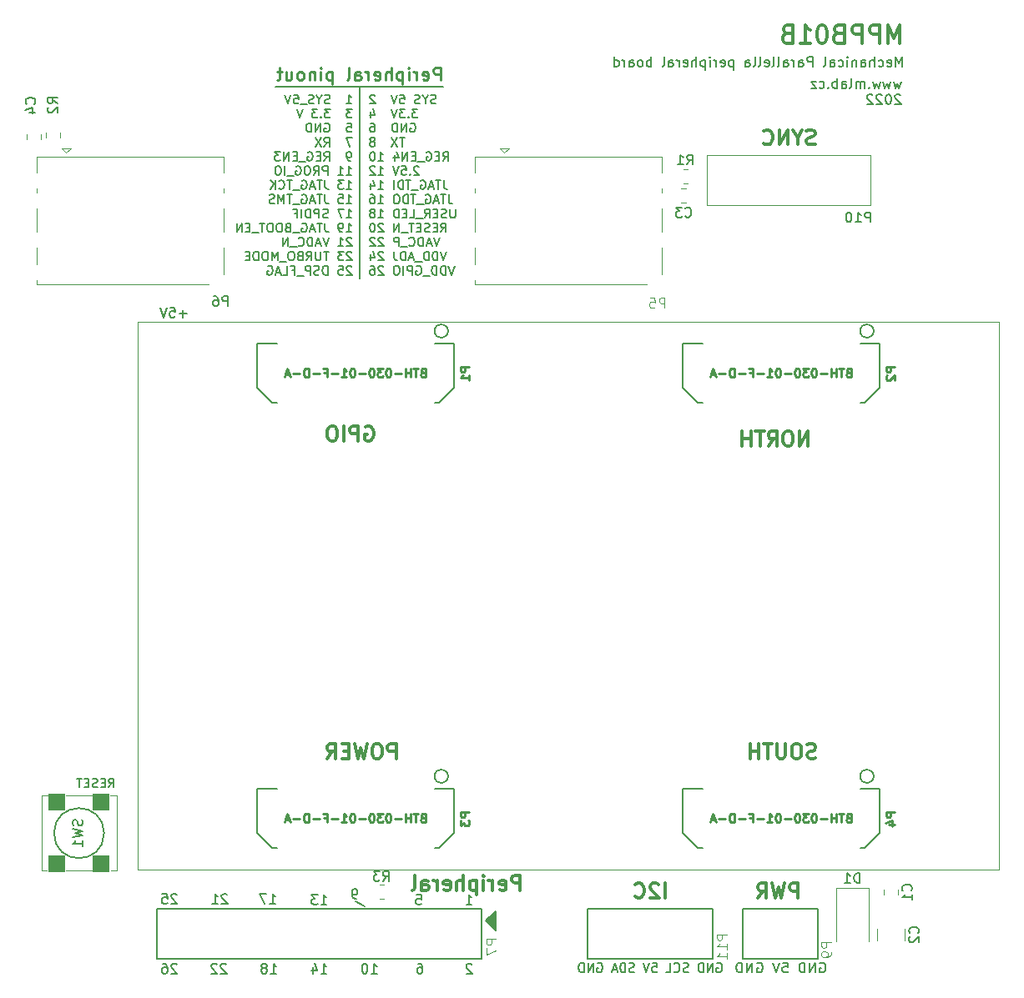
<source format=gbr>
%TF.GenerationSoftware,KiCad,Pcbnew,6.0.4-6f826c9f35~116~ubuntu20.04.1*%
%TF.CreationDate,2022-05-25T15:48:11+00:00*%
%TF.ProjectId,MPPB01B,4d505042-3031-4422-9e6b-696361645f70,**%
%TF.SameCoordinates,Original*%
%TF.FileFunction,Legend,Bot*%
%TF.FilePolarity,Positive*%
%FSLAX46Y46*%
G04 Gerber Fmt 4.6, Leading zero omitted, Abs format (unit mm)*
G04 Created by KiCad (PCBNEW 6.0.4-6f826c9f35~116~ubuntu20.04.1) date 2022-05-25 15:48:11*
%MOMM*%
%LPD*%
G01*
G04 APERTURE LIST*
%ADD10C,0.150000*%
%ADD11C,0.100000*%
%ADD12C,0.300000*%
%ADD13C,0.200000*%
%ADD14C,0.170000*%
%ADD15C,0.220000*%
%ADD16C,0.222250*%
%ADD17C,0.203200*%
%ADD18C,0.120000*%
%ADD19C,0.127000*%
%ADD20R,1.676400X1.676400*%
G04 APERTURE END LIST*
D10*
X71170000Y7590000D02*
X58470000Y7590000D01*
X58470000Y7590000D02*
X58470000Y2490000D01*
X58470000Y2490000D02*
X71170000Y2490000D01*
X71170000Y2490000D02*
X71170000Y7590000D01*
X34920000Y8340000D02*
X35820000Y7840000D01*
G36*
X49120000Y5340000D02*
G01*
X48120000Y6340000D01*
X49120000Y7340000D01*
X49120000Y5340000D01*
G37*
X49120000Y5340000D02*
X48120000Y6340000D01*
X49120000Y7340000D01*
X49120000Y5340000D01*
X35320000Y91040000D02*
X35320000Y71540000D01*
D11*
X100220000Y11540000D02*
X12820000Y11540000D01*
D10*
X47720000Y7590000D02*
X14720000Y7590000D01*
X14720000Y7590000D02*
X14720000Y2490000D01*
X14720000Y2490000D02*
X47720000Y2490000D01*
X47720000Y2490000D02*
X47720000Y7590000D01*
X43820000Y91040000D02*
X26820000Y91040000D01*
D11*
X12820000Y11540000D02*
X12820000Y67140000D01*
X100220000Y67140000D02*
X100220000Y11540000D01*
X12820000Y67140000D02*
X100220000Y67140000D01*
D12*
X80791428Y54566429D02*
X80791428Y56066429D01*
X79934285Y54566429D01*
X79934285Y56066429D01*
X78934285Y56066429D02*
X78648571Y56066429D01*
X78505714Y55995000D01*
X78362857Y55852143D01*
X78291428Y55566429D01*
X78291428Y55066429D01*
X78362857Y54780715D01*
X78505714Y54637858D01*
X78648571Y54566429D01*
X78934285Y54566429D01*
X79077142Y54637858D01*
X79220000Y54780715D01*
X79291428Y55066429D01*
X79291428Y55566429D01*
X79220000Y55852143D01*
X79077142Y55995000D01*
X78934285Y56066429D01*
X76791428Y54566429D02*
X77291428Y55280715D01*
X77648571Y54566429D02*
X77648571Y56066429D01*
X77077142Y56066429D01*
X76934285Y55995000D01*
X76862857Y55923572D01*
X76791428Y55780715D01*
X76791428Y55566429D01*
X76862857Y55423572D01*
X76934285Y55352143D01*
X77077142Y55280715D01*
X77648571Y55280715D01*
X76362857Y56066429D02*
X75505714Y56066429D01*
X75934285Y54566429D02*
X75934285Y56066429D01*
X75005714Y54566429D02*
X75005714Y56066429D01*
X75005714Y55352143D02*
X74148571Y55352143D01*
X74148571Y54566429D02*
X74148571Y56066429D01*
X81589142Y22887858D02*
X81374857Y22816429D01*
X81017714Y22816429D01*
X80874857Y22887858D01*
X80803428Y22959286D01*
X80732000Y23102143D01*
X80732000Y23245000D01*
X80803428Y23387858D01*
X80874857Y23459286D01*
X81017714Y23530715D01*
X81303428Y23602143D01*
X81446285Y23673572D01*
X81517714Y23745000D01*
X81589142Y23887858D01*
X81589142Y24030715D01*
X81517714Y24173572D01*
X81446285Y24245000D01*
X81303428Y24316429D01*
X80946285Y24316429D01*
X80732000Y24245000D01*
X79803428Y24316429D02*
X79517714Y24316429D01*
X79374857Y24245000D01*
X79232000Y24102143D01*
X79160571Y23816429D01*
X79160571Y23316429D01*
X79232000Y23030715D01*
X79374857Y22887858D01*
X79517714Y22816429D01*
X79803428Y22816429D01*
X79946285Y22887858D01*
X80089142Y23030715D01*
X80160571Y23316429D01*
X80160571Y23816429D01*
X80089142Y24102143D01*
X79946285Y24245000D01*
X79803428Y24316429D01*
X78517714Y24316429D02*
X78517714Y23102143D01*
X78446285Y22959286D01*
X78374857Y22887858D01*
X78232000Y22816429D01*
X77946285Y22816429D01*
X77803428Y22887858D01*
X77732000Y22959286D01*
X77660571Y23102143D01*
X77660571Y24316429D01*
X77160571Y24316429D02*
X76303428Y24316429D01*
X76732000Y22816429D02*
X76732000Y24316429D01*
X75803428Y22816429D02*
X75803428Y24316429D01*
X75803428Y23602143D02*
X74946285Y23602143D01*
X74946285Y22816429D02*
X74946285Y24316429D01*
X39024285Y22816429D02*
X39024285Y24316429D01*
X38452857Y24316429D01*
X38310000Y24245000D01*
X38238571Y24173572D01*
X38167142Y24030715D01*
X38167142Y23816429D01*
X38238571Y23673572D01*
X38310000Y23602143D01*
X38452857Y23530715D01*
X39024285Y23530715D01*
X37238571Y24316429D02*
X36952857Y24316429D01*
X36810000Y24245000D01*
X36667142Y24102143D01*
X36595714Y23816429D01*
X36595714Y23316429D01*
X36667142Y23030715D01*
X36810000Y22887858D01*
X36952857Y22816429D01*
X37238571Y22816429D01*
X37381428Y22887858D01*
X37524285Y23030715D01*
X37595714Y23316429D01*
X37595714Y23816429D01*
X37524285Y24102143D01*
X37381428Y24245000D01*
X37238571Y24316429D01*
X36095714Y24316429D02*
X35738571Y22816429D01*
X35452857Y23887858D01*
X35167142Y22816429D01*
X34810000Y24316429D01*
X34238571Y23602143D02*
X33738571Y23602143D01*
X33524285Y22816429D02*
X34238571Y22816429D01*
X34238571Y24316429D01*
X33524285Y24316429D01*
X32024285Y22816429D02*
X32524285Y23530715D01*
X32881428Y22816429D02*
X32881428Y24316429D01*
X32310000Y24316429D01*
X32167142Y24245000D01*
X32095714Y24173572D01*
X32024285Y24030715D01*
X32024285Y23816429D01*
X32095714Y23673572D01*
X32167142Y23602143D01*
X32310000Y23530715D01*
X32881428Y23530715D01*
D13*
X17795714Y68000572D02*
X17033809Y68000572D01*
X17414761Y67619620D02*
X17414761Y68381524D01*
X16081428Y68619620D02*
X16557619Y68619620D01*
X16605238Y68143429D01*
X16557619Y68191048D01*
X16462380Y68238667D01*
X16224285Y68238667D01*
X16129047Y68191048D01*
X16081428Y68143429D01*
X16033809Y68048191D01*
X16033809Y67810096D01*
X16081428Y67714858D01*
X16129047Y67667239D01*
X16224285Y67619620D01*
X16462380Y67619620D01*
X16557619Y67667239D01*
X16605238Y67714858D01*
X15748095Y68619620D02*
X15414761Y67619620D01*
X15081428Y68619620D01*
D12*
X90146428Y95475715D02*
X90146428Y97275715D01*
X89546428Y95990000D01*
X88946428Y97275715D01*
X88946428Y95475715D01*
X88089285Y95475715D02*
X88089285Y97275715D01*
X87403571Y97275715D01*
X87232142Y97190000D01*
X87146428Y97104286D01*
X87060714Y96932858D01*
X87060714Y96675715D01*
X87146428Y96504286D01*
X87232142Y96418572D01*
X87403571Y96332858D01*
X88089285Y96332858D01*
X86289285Y95475715D02*
X86289285Y97275715D01*
X85603571Y97275715D01*
X85432142Y97190000D01*
X85346428Y97104286D01*
X85260714Y96932858D01*
X85260714Y96675715D01*
X85346428Y96504286D01*
X85432142Y96418572D01*
X85603571Y96332858D01*
X86289285Y96332858D01*
X83889285Y96418572D02*
X83632142Y96332858D01*
X83546428Y96247143D01*
X83460714Y96075715D01*
X83460714Y95818572D01*
X83546428Y95647143D01*
X83632142Y95561429D01*
X83803571Y95475715D01*
X84489285Y95475715D01*
X84489285Y97275715D01*
X83889285Y97275715D01*
X83717857Y97190000D01*
X83632142Y97104286D01*
X83546428Y96932858D01*
X83546428Y96761429D01*
X83632142Y96590000D01*
X83717857Y96504286D01*
X83889285Y96418572D01*
X84489285Y96418572D01*
X82346428Y97275715D02*
X82175000Y97275715D01*
X82003571Y97190000D01*
X81917857Y97104286D01*
X81832142Y96932858D01*
X81746428Y96590000D01*
X81746428Y96161429D01*
X81832142Y95818572D01*
X81917857Y95647143D01*
X82003571Y95561429D01*
X82175000Y95475715D01*
X82346428Y95475715D01*
X82517857Y95561429D01*
X82603571Y95647143D01*
X82689285Y95818572D01*
X82775000Y96161429D01*
X82775000Y96590000D01*
X82689285Y96932858D01*
X82603571Y97104286D01*
X82517857Y97190000D01*
X82346428Y97275715D01*
X80032142Y95475715D02*
X81060714Y95475715D01*
X80546428Y95475715D02*
X80546428Y97275715D01*
X80717857Y97018572D01*
X80889285Y96847143D01*
X81060714Y96761429D01*
X78660714Y96418572D02*
X78403571Y96332858D01*
X78317857Y96247143D01*
X78232142Y96075715D01*
X78232142Y95818572D01*
X78317857Y95647143D01*
X78403571Y95561429D01*
X78575000Y95475715D01*
X79260714Y95475715D01*
X79260714Y97275715D01*
X78660714Y97275715D01*
X78489285Y97190000D01*
X78403571Y97104286D01*
X78317857Y96932858D01*
X78317857Y96761429D01*
X78403571Y96590000D01*
X78489285Y96504286D01*
X78660714Y96418572D01*
X79260714Y96418572D01*
D13*
X9877142Y19882858D02*
X10177142Y20311429D01*
X10391428Y19882858D02*
X10391428Y20782858D01*
X10048571Y20782858D01*
X9962857Y20740000D01*
X9920000Y20697143D01*
X9877142Y20611429D01*
X9877142Y20482858D01*
X9920000Y20397143D01*
X9962857Y20354286D01*
X10048571Y20311429D01*
X10391428Y20311429D01*
X9491428Y20354286D02*
X9191428Y20354286D01*
X9062857Y19882858D02*
X9491428Y19882858D01*
X9491428Y20782858D01*
X9062857Y20782858D01*
X8720000Y19925715D02*
X8591428Y19882858D01*
X8377142Y19882858D01*
X8291428Y19925715D01*
X8248571Y19968572D01*
X8205714Y20054286D01*
X8205714Y20140000D01*
X8248571Y20225715D01*
X8291428Y20268572D01*
X8377142Y20311429D01*
X8548571Y20354286D01*
X8634285Y20397143D01*
X8677142Y20440000D01*
X8720000Y20525715D01*
X8720000Y20611429D01*
X8677142Y20697143D01*
X8634285Y20740000D01*
X8548571Y20782858D01*
X8334285Y20782858D01*
X8205714Y20740000D01*
X7820000Y20354286D02*
X7520000Y20354286D01*
X7391428Y19882858D02*
X7820000Y19882858D01*
X7820000Y20782858D01*
X7391428Y20782858D01*
X7134285Y20782858D02*
X6620000Y20782858D01*
X6877142Y19882858D02*
X6877142Y20782858D01*
D10*
X41229523Y1987620D02*
X41420000Y1987620D01*
X41515238Y1940000D01*
X41562857Y1892381D01*
X41658095Y1749524D01*
X41705714Y1559048D01*
X41705714Y1178096D01*
X41658095Y1082858D01*
X41610476Y1035239D01*
X41515238Y987620D01*
X41324761Y987620D01*
X41229523Y1035239D01*
X41181904Y1082858D01*
X41134285Y1178096D01*
X41134285Y1416191D01*
X41181904Y1511429D01*
X41229523Y1559048D01*
X41324761Y1606667D01*
X41515238Y1606667D01*
X41610476Y1559048D01*
X41658095Y1511429D01*
X41705714Y1416191D01*
D12*
X66284285Y8661429D02*
X66284285Y10161429D01*
X65641428Y10018572D02*
X65570000Y10090000D01*
X65427142Y10161429D01*
X65070000Y10161429D01*
X64927142Y10090000D01*
X64855714Y10018572D01*
X64784285Y9875715D01*
X64784285Y9732858D01*
X64855714Y9518572D01*
X65712857Y8661429D01*
X64784285Y8661429D01*
X63284285Y8804286D02*
X63355714Y8732858D01*
X63570000Y8661429D01*
X63712857Y8661429D01*
X63927142Y8732858D01*
X64070000Y8875715D01*
X64141428Y9018572D01*
X64212857Y9304286D01*
X64212857Y9518572D01*
X64141428Y9804286D01*
X64070000Y9947143D01*
X63927142Y10090000D01*
X63712857Y10161429D01*
X63570000Y10161429D01*
X63355714Y10090000D01*
X63284285Y10018572D01*
D10*
X16781904Y1892381D02*
X16734285Y1940000D01*
X16639047Y1987620D01*
X16400952Y1987620D01*
X16305714Y1940000D01*
X16258095Y1892381D01*
X16210476Y1797143D01*
X16210476Y1701905D01*
X16258095Y1559048D01*
X16829523Y987620D01*
X16210476Y987620D01*
X15353333Y1987620D02*
X15543809Y1987620D01*
X15639047Y1940000D01*
X15686666Y1892381D01*
X15781904Y1749524D01*
X15829523Y1559048D01*
X15829523Y1178096D01*
X15781904Y1082858D01*
X15734285Y1035239D01*
X15639047Y987620D01*
X15448571Y987620D01*
X15353333Y1035239D01*
X15305714Y1082858D01*
X15258095Y1178096D01*
X15258095Y1416191D01*
X15305714Y1511429D01*
X15353333Y1559048D01*
X15448571Y1606667D01*
X15639047Y1606667D01*
X15734285Y1559048D01*
X15781904Y1511429D01*
X15829523Y1416191D01*
X21781904Y1892381D02*
X21734285Y1940000D01*
X21639047Y1987620D01*
X21400952Y1987620D01*
X21305714Y1940000D01*
X21258095Y1892381D01*
X21210476Y1797143D01*
X21210476Y1701905D01*
X21258095Y1559048D01*
X21829523Y987620D01*
X21210476Y987620D01*
X20829523Y1892381D02*
X20781904Y1940000D01*
X20686666Y1987620D01*
X20448571Y1987620D01*
X20353333Y1940000D01*
X20305714Y1892381D01*
X20258095Y1797143D01*
X20258095Y1701905D01*
X20305714Y1559048D01*
X20877142Y987620D01*
X20258095Y987620D01*
X41081904Y8987620D02*
X41558095Y8987620D01*
X41605714Y8511429D01*
X41558095Y8559048D01*
X41462857Y8606667D01*
X41224761Y8606667D01*
X41129523Y8559048D01*
X41081904Y8511429D01*
X41034285Y8416191D01*
X41034285Y8178096D01*
X41081904Y8082858D01*
X41129523Y8035239D01*
X41224761Y7987620D01*
X41462857Y7987620D01*
X41558095Y8035239D01*
X41605714Y8082858D01*
D13*
X34004285Y89326858D02*
X34518571Y89326858D01*
X34261428Y89326858D02*
X34261428Y90226858D01*
X34347142Y90098286D01*
X34432857Y90012572D01*
X34518571Y89969715D01*
X32290000Y89369715D02*
X32161428Y89326858D01*
X31947142Y89326858D01*
X31861428Y89369715D01*
X31818571Y89412572D01*
X31775714Y89498286D01*
X31775714Y89584000D01*
X31818571Y89669715D01*
X31861428Y89712572D01*
X31947142Y89755429D01*
X32118571Y89798286D01*
X32204285Y89841143D01*
X32247142Y89884000D01*
X32290000Y89969715D01*
X32290000Y90055429D01*
X32247142Y90141143D01*
X32204285Y90184000D01*
X32118571Y90226858D01*
X31904285Y90226858D01*
X31775714Y90184000D01*
X31218571Y89755429D02*
X31218571Y89326858D01*
X31518571Y90226858D02*
X31218571Y89755429D01*
X30918571Y90226858D01*
X30661428Y89369715D02*
X30532857Y89326858D01*
X30318571Y89326858D01*
X30232857Y89369715D01*
X30190000Y89412572D01*
X30147142Y89498286D01*
X30147142Y89584000D01*
X30190000Y89669715D01*
X30232857Y89712572D01*
X30318571Y89755429D01*
X30490000Y89798286D01*
X30575714Y89841143D01*
X30618571Y89884000D01*
X30661428Y89969715D01*
X30661428Y90055429D01*
X30618571Y90141143D01*
X30575714Y90184000D01*
X30490000Y90226858D01*
X30275714Y90226858D01*
X30147142Y90184000D01*
X29975714Y89241143D02*
X29290000Y89241143D01*
X28647142Y90226858D02*
X29075714Y90226858D01*
X29118571Y89798286D01*
X29075714Y89841143D01*
X28990000Y89884000D01*
X28775714Y89884000D01*
X28690000Y89841143D01*
X28647142Y89798286D01*
X28604285Y89712572D01*
X28604285Y89498286D01*
X28647142Y89412572D01*
X28690000Y89369715D01*
X28775714Y89326858D01*
X28990000Y89326858D01*
X29075714Y89369715D01*
X29118571Y89412572D01*
X28347142Y90226858D02*
X28047142Y89326858D01*
X27747142Y90226858D01*
X34561428Y88777858D02*
X34004285Y88777858D01*
X34304285Y88435000D01*
X34175714Y88435000D01*
X34090000Y88392143D01*
X34047142Y88349286D01*
X34004285Y88263572D01*
X34004285Y88049286D01*
X34047142Y87963572D01*
X34090000Y87920715D01*
X34175714Y87877858D01*
X34432857Y87877858D01*
X34518571Y87920715D01*
X34561428Y87963572D01*
X32332857Y88777858D02*
X31775714Y88777858D01*
X32075714Y88435000D01*
X31947142Y88435000D01*
X31861428Y88392143D01*
X31818571Y88349286D01*
X31775714Y88263572D01*
X31775714Y88049286D01*
X31818571Y87963572D01*
X31861428Y87920715D01*
X31947142Y87877858D01*
X32204285Y87877858D01*
X32290000Y87920715D01*
X32332857Y87963572D01*
X31390000Y87963572D02*
X31347142Y87920715D01*
X31390000Y87877858D01*
X31432857Y87920715D01*
X31390000Y87963572D01*
X31390000Y87877858D01*
X31047142Y88777858D02*
X30490000Y88777858D01*
X30790000Y88435000D01*
X30661428Y88435000D01*
X30575714Y88392143D01*
X30532857Y88349286D01*
X30490000Y88263572D01*
X30490000Y88049286D01*
X30532857Y87963572D01*
X30575714Y87920715D01*
X30661428Y87877858D01*
X30918571Y87877858D01*
X31004285Y87920715D01*
X31047142Y87963572D01*
X29547142Y88777858D02*
X29247142Y87877858D01*
X28947142Y88777858D01*
X34047142Y87328858D02*
X34475714Y87328858D01*
X34518571Y86900286D01*
X34475714Y86943143D01*
X34390000Y86986000D01*
X34175714Y86986000D01*
X34090000Y86943143D01*
X34047142Y86900286D01*
X34004285Y86814572D01*
X34004285Y86600286D01*
X34047142Y86514572D01*
X34090000Y86471715D01*
X34175714Y86428858D01*
X34390000Y86428858D01*
X34475714Y86471715D01*
X34518571Y86514572D01*
X31775714Y87286000D02*
X31861428Y87328858D01*
X31990000Y87328858D01*
X32118571Y87286000D01*
X32204285Y87200286D01*
X32247142Y87114572D01*
X32290000Y86943143D01*
X32290000Y86814572D01*
X32247142Y86643143D01*
X32204285Y86557429D01*
X32118571Y86471715D01*
X31990000Y86428858D01*
X31904285Y86428858D01*
X31775714Y86471715D01*
X31732857Y86514572D01*
X31732857Y86814572D01*
X31904285Y86814572D01*
X31347142Y86428858D02*
X31347142Y87328858D01*
X30832857Y86428858D01*
X30832857Y87328858D01*
X30404285Y86428858D02*
X30404285Y87328858D01*
X30190000Y87328858D01*
X30061428Y87286000D01*
X29975714Y87200286D01*
X29932857Y87114572D01*
X29890000Y86943143D01*
X29890000Y86814572D01*
X29932857Y86643143D01*
X29975714Y86557429D01*
X30061428Y86471715D01*
X30190000Y86428858D01*
X30404285Y86428858D01*
X34561428Y85879858D02*
X33961428Y85879858D01*
X34347142Y84979858D01*
X31732857Y84979858D02*
X32032857Y85408429D01*
X32247142Y84979858D02*
X32247142Y85879858D01*
X31904285Y85879858D01*
X31818571Y85837000D01*
X31775714Y85794143D01*
X31732857Y85708429D01*
X31732857Y85579858D01*
X31775714Y85494143D01*
X31818571Y85451286D01*
X31904285Y85408429D01*
X32247142Y85408429D01*
X31432857Y85879858D02*
X30832857Y84979858D01*
X30832857Y85879858D02*
X31432857Y84979858D01*
X34432857Y83530858D02*
X34261428Y83530858D01*
X34175714Y83573715D01*
X34132857Y83616572D01*
X34047142Y83745143D01*
X34004285Y83916572D01*
X34004285Y84259429D01*
X34047142Y84345143D01*
X34090000Y84388000D01*
X34175714Y84430858D01*
X34347142Y84430858D01*
X34432857Y84388000D01*
X34475714Y84345143D01*
X34518571Y84259429D01*
X34518571Y84045143D01*
X34475714Y83959429D01*
X34432857Y83916572D01*
X34347142Y83873715D01*
X34175714Y83873715D01*
X34090000Y83916572D01*
X34047142Y83959429D01*
X34004285Y84045143D01*
X31732857Y83530858D02*
X32032857Y83959429D01*
X32247142Y83530858D02*
X32247142Y84430858D01*
X31904285Y84430858D01*
X31818571Y84388000D01*
X31775714Y84345143D01*
X31732857Y84259429D01*
X31732857Y84130858D01*
X31775714Y84045143D01*
X31818571Y84002286D01*
X31904285Y83959429D01*
X32247142Y83959429D01*
X31347142Y84002286D02*
X31047142Y84002286D01*
X30918571Y83530858D02*
X31347142Y83530858D01*
X31347142Y84430858D01*
X30918571Y84430858D01*
X30061428Y84388000D02*
X30147142Y84430858D01*
X30275714Y84430858D01*
X30404285Y84388000D01*
X30490000Y84302286D01*
X30532857Y84216572D01*
X30575714Y84045143D01*
X30575714Y83916572D01*
X30532857Y83745143D01*
X30490000Y83659429D01*
X30404285Y83573715D01*
X30275714Y83530858D01*
X30190000Y83530858D01*
X30061428Y83573715D01*
X30018571Y83616572D01*
X30018571Y83916572D01*
X30190000Y83916572D01*
X29847142Y83445143D02*
X29161428Y83445143D01*
X28947142Y84002286D02*
X28647142Y84002286D01*
X28518571Y83530858D02*
X28947142Y83530858D01*
X28947142Y84430858D01*
X28518571Y84430858D01*
X28132857Y83530858D02*
X28132857Y84430858D01*
X27618571Y83530858D01*
X27618571Y84430858D01*
X27275714Y84430858D02*
X26718571Y84430858D01*
X27018571Y84088000D01*
X26890000Y84088000D01*
X26804285Y84045143D01*
X26761428Y84002286D01*
X26718571Y83916572D01*
X26718571Y83702286D01*
X26761428Y83616572D01*
X26804285Y83573715D01*
X26890000Y83530858D01*
X27147142Y83530858D01*
X27232857Y83573715D01*
X27275714Y83616572D01*
X34004285Y82081858D02*
X34518571Y82081858D01*
X34261428Y82081858D02*
X34261428Y82981858D01*
X34347142Y82853286D01*
X34432857Y82767572D01*
X34518571Y82724715D01*
X33147142Y82081858D02*
X33661428Y82081858D01*
X33404285Y82081858D02*
X33404285Y82981858D01*
X33490000Y82853286D01*
X33575714Y82767572D01*
X33661428Y82724715D01*
X32075714Y82081858D02*
X32075714Y82981858D01*
X31732857Y82981858D01*
X31647142Y82939000D01*
X31604285Y82896143D01*
X31561428Y82810429D01*
X31561428Y82681858D01*
X31604285Y82596143D01*
X31647142Y82553286D01*
X31732857Y82510429D01*
X32075714Y82510429D01*
X30661428Y82081858D02*
X30961428Y82510429D01*
X31175714Y82081858D02*
X31175714Y82981858D01*
X30832857Y82981858D01*
X30747142Y82939000D01*
X30704285Y82896143D01*
X30661428Y82810429D01*
X30661428Y82681858D01*
X30704285Y82596143D01*
X30747142Y82553286D01*
X30832857Y82510429D01*
X31175714Y82510429D01*
X30104285Y82981858D02*
X29932857Y82981858D01*
X29847142Y82939000D01*
X29761428Y82853286D01*
X29718571Y82681858D01*
X29718571Y82381858D01*
X29761428Y82210429D01*
X29847142Y82124715D01*
X29932857Y82081858D01*
X30104285Y82081858D01*
X30190000Y82124715D01*
X30275714Y82210429D01*
X30318571Y82381858D01*
X30318571Y82681858D01*
X30275714Y82853286D01*
X30190000Y82939000D01*
X30104285Y82981858D01*
X28861428Y82939000D02*
X28947142Y82981858D01*
X29075714Y82981858D01*
X29204285Y82939000D01*
X29290000Y82853286D01*
X29332857Y82767572D01*
X29375714Y82596143D01*
X29375714Y82467572D01*
X29332857Y82296143D01*
X29290000Y82210429D01*
X29204285Y82124715D01*
X29075714Y82081858D01*
X28990000Y82081858D01*
X28861428Y82124715D01*
X28818571Y82167572D01*
X28818571Y82467572D01*
X28990000Y82467572D01*
X28647142Y81996143D02*
X27961428Y81996143D01*
X27747142Y82081858D02*
X27747142Y82981858D01*
X27147142Y82981858D02*
X26975714Y82981858D01*
X26890000Y82939000D01*
X26804285Y82853286D01*
X26761428Y82681858D01*
X26761428Y82381858D01*
X26804285Y82210429D01*
X26890000Y82124715D01*
X26975714Y82081858D01*
X27147142Y82081858D01*
X27232857Y82124715D01*
X27318571Y82210429D01*
X27361428Y82381858D01*
X27361428Y82681858D01*
X27318571Y82853286D01*
X27232857Y82939000D01*
X27147142Y82981858D01*
X34004285Y80632858D02*
X34518571Y80632858D01*
X34261428Y80632858D02*
X34261428Y81532858D01*
X34347142Y81404286D01*
X34432857Y81318572D01*
X34518571Y81275715D01*
X33704285Y81532858D02*
X33147142Y81532858D01*
X33447142Y81190000D01*
X33318571Y81190000D01*
X33232857Y81147143D01*
X33190000Y81104286D01*
X33147142Y81018572D01*
X33147142Y80804286D01*
X33190000Y80718572D01*
X33232857Y80675715D01*
X33318571Y80632858D01*
X33575714Y80632858D01*
X33661428Y80675715D01*
X33704285Y80718572D01*
X31818571Y81532858D02*
X31818571Y80890000D01*
X31861428Y80761429D01*
X31947142Y80675715D01*
X32075714Y80632858D01*
X32161428Y80632858D01*
X31518571Y81532858D02*
X31004285Y81532858D01*
X31261428Y80632858D02*
X31261428Y81532858D01*
X30747142Y80890000D02*
X30318571Y80890000D01*
X30832857Y80632858D02*
X30532857Y81532858D01*
X30232857Y80632858D01*
X29461428Y81490000D02*
X29547142Y81532858D01*
X29675714Y81532858D01*
X29804285Y81490000D01*
X29890000Y81404286D01*
X29932857Y81318572D01*
X29975714Y81147143D01*
X29975714Y81018572D01*
X29932857Y80847143D01*
X29890000Y80761429D01*
X29804285Y80675715D01*
X29675714Y80632858D01*
X29590000Y80632858D01*
X29461428Y80675715D01*
X29418571Y80718572D01*
X29418571Y81018572D01*
X29590000Y81018572D01*
X29247142Y80547143D02*
X28561428Y80547143D01*
X28475714Y81532858D02*
X27961428Y81532858D01*
X28218571Y80632858D02*
X28218571Y81532858D01*
X27147142Y80718572D02*
X27190000Y80675715D01*
X27318571Y80632858D01*
X27404285Y80632858D01*
X27532857Y80675715D01*
X27618571Y80761429D01*
X27661428Y80847143D01*
X27704285Y81018572D01*
X27704285Y81147143D01*
X27661428Y81318572D01*
X27618571Y81404286D01*
X27532857Y81490000D01*
X27404285Y81532858D01*
X27318571Y81532858D01*
X27190000Y81490000D01*
X27147142Y81447143D01*
X26761428Y80632858D02*
X26761428Y81532858D01*
X26247142Y80632858D02*
X26632857Y81147143D01*
X26247142Y81532858D02*
X26761428Y81018572D01*
X34004285Y79183858D02*
X34518571Y79183858D01*
X34261428Y79183858D02*
X34261428Y80083858D01*
X34347142Y79955286D01*
X34432857Y79869572D01*
X34518571Y79826715D01*
X33190000Y80083858D02*
X33618571Y80083858D01*
X33661428Y79655286D01*
X33618571Y79698143D01*
X33532857Y79741000D01*
X33318571Y79741000D01*
X33232857Y79698143D01*
X33190000Y79655286D01*
X33147142Y79569572D01*
X33147142Y79355286D01*
X33190000Y79269572D01*
X33232857Y79226715D01*
X33318571Y79183858D01*
X33532857Y79183858D01*
X33618571Y79226715D01*
X33661428Y79269572D01*
X31818571Y80083858D02*
X31818571Y79441000D01*
X31861428Y79312429D01*
X31947142Y79226715D01*
X32075714Y79183858D01*
X32161428Y79183858D01*
X31518571Y80083858D02*
X31004285Y80083858D01*
X31261428Y79183858D02*
X31261428Y80083858D01*
X30747142Y79441000D02*
X30318571Y79441000D01*
X30832857Y79183858D02*
X30532857Y80083858D01*
X30232857Y79183858D01*
X29461428Y80041000D02*
X29547142Y80083858D01*
X29675714Y80083858D01*
X29804285Y80041000D01*
X29890000Y79955286D01*
X29932857Y79869572D01*
X29975714Y79698143D01*
X29975714Y79569572D01*
X29932857Y79398143D01*
X29890000Y79312429D01*
X29804285Y79226715D01*
X29675714Y79183858D01*
X29590000Y79183858D01*
X29461428Y79226715D01*
X29418571Y79269572D01*
X29418571Y79569572D01*
X29590000Y79569572D01*
X29247142Y79098143D02*
X28561428Y79098143D01*
X28475714Y80083858D02*
X27961428Y80083858D01*
X28218571Y79183858D02*
X28218571Y80083858D01*
X27661428Y79183858D02*
X27661428Y80083858D01*
X27361428Y79441000D01*
X27061428Y80083858D01*
X27061428Y79183858D01*
X26675714Y79226715D02*
X26547142Y79183858D01*
X26332857Y79183858D01*
X26247142Y79226715D01*
X26204285Y79269572D01*
X26161428Y79355286D01*
X26161428Y79441000D01*
X26204285Y79526715D01*
X26247142Y79569572D01*
X26332857Y79612429D01*
X26504285Y79655286D01*
X26590000Y79698143D01*
X26632857Y79741000D01*
X26675714Y79826715D01*
X26675714Y79912429D01*
X26632857Y79998143D01*
X26590000Y80041000D01*
X26504285Y80083858D01*
X26290000Y80083858D01*
X26161428Y80041000D01*
X34004285Y77734858D02*
X34518571Y77734858D01*
X34261428Y77734858D02*
X34261428Y78634858D01*
X34347142Y78506286D01*
X34432857Y78420572D01*
X34518571Y78377715D01*
X33704285Y78634858D02*
X33104285Y78634858D01*
X33490000Y77734858D01*
X32118571Y77777715D02*
X31990000Y77734858D01*
X31775714Y77734858D01*
X31690000Y77777715D01*
X31647142Y77820572D01*
X31604285Y77906286D01*
X31604285Y77992000D01*
X31647142Y78077715D01*
X31690000Y78120572D01*
X31775714Y78163429D01*
X31947142Y78206286D01*
X32032857Y78249143D01*
X32075714Y78292000D01*
X32118571Y78377715D01*
X32118571Y78463429D01*
X32075714Y78549143D01*
X32032857Y78592000D01*
X31947142Y78634858D01*
X31732857Y78634858D01*
X31604285Y78592000D01*
X31218571Y77734858D02*
X31218571Y78634858D01*
X30875714Y78634858D01*
X30790000Y78592000D01*
X30747142Y78549143D01*
X30704285Y78463429D01*
X30704285Y78334858D01*
X30747142Y78249143D01*
X30790000Y78206286D01*
X30875714Y78163429D01*
X31218571Y78163429D01*
X30318571Y77734858D02*
X30318571Y78634858D01*
X30104285Y78634858D01*
X29975714Y78592000D01*
X29890000Y78506286D01*
X29847142Y78420572D01*
X29804285Y78249143D01*
X29804285Y78120572D01*
X29847142Y77949143D01*
X29890000Y77863429D01*
X29975714Y77777715D01*
X30104285Y77734858D01*
X30318571Y77734858D01*
X29418571Y77734858D02*
X29418571Y78634858D01*
X28690000Y78206286D02*
X28990000Y78206286D01*
X28990000Y77734858D02*
X28990000Y78634858D01*
X28561428Y78634858D01*
X34004285Y76285858D02*
X34518571Y76285858D01*
X34261428Y76285858D02*
X34261428Y77185858D01*
X34347142Y77057286D01*
X34432857Y76971572D01*
X34518571Y76928715D01*
X33575714Y76285858D02*
X33404285Y76285858D01*
X33318571Y76328715D01*
X33275714Y76371572D01*
X33190000Y76500143D01*
X33147142Y76671572D01*
X33147142Y77014429D01*
X33190000Y77100143D01*
X33232857Y77143000D01*
X33318571Y77185858D01*
X33490000Y77185858D01*
X33575714Y77143000D01*
X33618571Y77100143D01*
X33661428Y77014429D01*
X33661428Y76800143D01*
X33618571Y76714429D01*
X33575714Y76671572D01*
X33490000Y76628715D01*
X33318571Y76628715D01*
X33232857Y76671572D01*
X33190000Y76714429D01*
X33147142Y76800143D01*
X31818571Y77185858D02*
X31818571Y76543000D01*
X31861428Y76414429D01*
X31947142Y76328715D01*
X32075714Y76285858D01*
X32161428Y76285858D01*
X31518571Y77185858D02*
X31004285Y77185858D01*
X31261428Y76285858D02*
X31261428Y77185858D01*
X30747142Y76543000D02*
X30318571Y76543000D01*
X30832857Y76285858D02*
X30532857Y77185858D01*
X30232857Y76285858D01*
X29461428Y77143000D02*
X29547142Y77185858D01*
X29675714Y77185858D01*
X29804285Y77143000D01*
X29890000Y77057286D01*
X29932857Y76971572D01*
X29975714Y76800143D01*
X29975714Y76671572D01*
X29932857Y76500143D01*
X29890000Y76414429D01*
X29804285Y76328715D01*
X29675714Y76285858D01*
X29590000Y76285858D01*
X29461428Y76328715D01*
X29418571Y76371572D01*
X29418571Y76671572D01*
X29590000Y76671572D01*
X29247142Y76200143D02*
X28561428Y76200143D01*
X28047142Y76757286D02*
X27918571Y76714429D01*
X27875714Y76671572D01*
X27832857Y76585858D01*
X27832857Y76457286D01*
X27875714Y76371572D01*
X27918571Y76328715D01*
X28004285Y76285858D01*
X28347142Y76285858D01*
X28347142Y77185858D01*
X28047142Y77185858D01*
X27961428Y77143000D01*
X27918571Y77100143D01*
X27875714Y77014429D01*
X27875714Y76928715D01*
X27918571Y76843000D01*
X27961428Y76800143D01*
X28047142Y76757286D01*
X28347142Y76757286D01*
X27275714Y77185858D02*
X27104285Y77185858D01*
X27018571Y77143000D01*
X26932857Y77057286D01*
X26890000Y76885858D01*
X26890000Y76585858D01*
X26932857Y76414429D01*
X27018571Y76328715D01*
X27104285Y76285858D01*
X27275714Y76285858D01*
X27361428Y76328715D01*
X27447142Y76414429D01*
X27490000Y76585858D01*
X27490000Y76885858D01*
X27447142Y77057286D01*
X27361428Y77143000D01*
X27275714Y77185858D01*
X26332857Y77185858D02*
X26161428Y77185858D01*
X26075714Y77143000D01*
X25990000Y77057286D01*
X25947142Y76885858D01*
X25947142Y76585858D01*
X25990000Y76414429D01*
X26075714Y76328715D01*
X26161428Y76285858D01*
X26332857Y76285858D01*
X26418571Y76328715D01*
X26504285Y76414429D01*
X26547142Y76585858D01*
X26547142Y76885858D01*
X26504285Y77057286D01*
X26418571Y77143000D01*
X26332857Y77185858D01*
X25690000Y77185858D02*
X25175714Y77185858D01*
X25432857Y76285858D02*
X25432857Y77185858D01*
X25090000Y76200143D02*
X24404285Y76200143D01*
X24190000Y76757286D02*
X23890000Y76757286D01*
X23761428Y76285858D02*
X24190000Y76285858D01*
X24190000Y77185858D01*
X23761428Y77185858D01*
X23375714Y76285858D02*
X23375714Y77185858D01*
X22861428Y76285858D01*
X22861428Y77185858D01*
X34518571Y75651143D02*
X34475714Y75694000D01*
X34390000Y75736858D01*
X34175714Y75736858D01*
X34090000Y75694000D01*
X34047142Y75651143D01*
X34004285Y75565429D01*
X34004285Y75479715D01*
X34047142Y75351143D01*
X34561428Y74836858D01*
X34004285Y74836858D01*
X33147142Y74836858D02*
X33661428Y74836858D01*
X33404285Y74836858D02*
X33404285Y75736858D01*
X33490000Y75608286D01*
X33575714Y75522572D01*
X33661428Y75479715D01*
X32204285Y75736858D02*
X31904285Y74836858D01*
X31604285Y75736858D01*
X31347142Y75094000D02*
X30918571Y75094000D01*
X31432857Y74836858D02*
X31132857Y75736858D01*
X30832857Y74836858D01*
X30532857Y74836858D02*
X30532857Y75736858D01*
X30318571Y75736858D01*
X30190000Y75694000D01*
X30104285Y75608286D01*
X30061428Y75522572D01*
X30018571Y75351143D01*
X30018571Y75222572D01*
X30061428Y75051143D01*
X30104285Y74965429D01*
X30190000Y74879715D01*
X30318571Y74836858D01*
X30532857Y74836858D01*
X29118571Y74922572D02*
X29161428Y74879715D01*
X29290000Y74836858D01*
X29375714Y74836858D01*
X29504285Y74879715D01*
X29590000Y74965429D01*
X29632857Y75051143D01*
X29675714Y75222572D01*
X29675714Y75351143D01*
X29632857Y75522572D01*
X29590000Y75608286D01*
X29504285Y75694000D01*
X29375714Y75736858D01*
X29290000Y75736858D01*
X29161428Y75694000D01*
X29118571Y75651143D01*
X28947142Y74751143D02*
X28261428Y74751143D01*
X28047142Y74836858D02*
X28047142Y75736858D01*
X27532857Y74836858D01*
X27532857Y75736858D01*
X34518571Y74202143D02*
X34475714Y74245000D01*
X34390000Y74287858D01*
X34175714Y74287858D01*
X34090000Y74245000D01*
X34047142Y74202143D01*
X34004285Y74116429D01*
X34004285Y74030715D01*
X34047142Y73902143D01*
X34561428Y73387858D01*
X34004285Y73387858D01*
X33704285Y74287858D02*
X33147142Y74287858D01*
X33447142Y73945000D01*
X33318571Y73945000D01*
X33232857Y73902143D01*
X33190000Y73859286D01*
X33147142Y73773572D01*
X33147142Y73559286D01*
X33190000Y73473572D01*
X33232857Y73430715D01*
X33318571Y73387858D01*
X33575714Y73387858D01*
X33661428Y73430715D01*
X33704285Y73473572D01*
X32204285Y74287858D02*
X31690000Y74287858D01*
X31947142Y73387858D02*
X31947142Y74287858D01*
X31390000Y74287858D02*
X31390000Y73559286D01*
X31347142Y73473572D01*
X31304285Y73430715D01*
X31218571Y73387858D01*
X31047142Y73387858D01*
X30961428Y73430715D01*
X30918571Y73473572D01*
X30875714Y73559286D01*
X30875714Y74287858D01*
X29932857Y73387858D02*
X30232857Y73816429D01*
X30447142Y73387858D02*
X30447142Y74287858D01*
X30104285Y74287858D01*
X30018571Y74245000D01*
X29975714Y74202143D01*
X29932857Y74116429D01*
X29932857Y73987858D01*
X29975714Y73902143D01*
X30018571Y73859286D01*
X30104285Y73816429D01*
X30447142Y73816429D01*
X29247142Y73859286D02*
X29118571Y73816429D01*
X29075714Y73773572D01*
X29032857Y73687858D01*
X29032857Y73559286D01*
X29075714Y73473572D01*
X29118571Y73430715D01*
X29204285Y73387858D01*
X29547142Y73387858D01*
X29547142Y74287858D01*
X29247142Y74287858D01*
X29161428Y74245000D01*
X29118571Y74202143D01*
X29075714Y74116429D01*
X29075714Y74030715D01*
X29118571Y73945000D01*
X29161428Y73902143D01*
X29247142Y73859286D01*
X29547142Y73859286D01*
X28475714Y74287858D02*
X28304285Y74287858D01*
X28218571Y74245000D01*
X28132857Y74159286D01*
X28090000Y73987858D01*
X28090000Y73687858D01*
X28132857Y73516429D01*
X28218571Y73430715D01*
X28304285Y73387858D01*
X28475714Y73387858D01*
X28561428Y73430715D01*
X28647142Y73516429D01*
X28690000Y73687858D01*
X28690000Y73987858D01*
X28647142Y74159286D01*
X28561428Y74245000D01*
X28475714Y74287858D01*
X27918571Y73302143D02*
X27232857Y73302143D01*
X27018571Y73387858D02*
X27018571Y74287858D01*
X26718571Y73645000D01*
X26418571Y74287858D01*
X26418571Y73387858D01*
X25818571Y74287858D02*
X25647142Y74287858D01*
X25561428Y74245000D01*
X25475714Y74159286D01*
X25432857Y73987858D01*
X25432857Y73687858D01*
X25475714Y73516429D01*
X25561428Y73430715D01*
X25647142Y73387858D01*
X25818571Y73387858D01*
X25904285Y73430715D01*
X25990000Y73516429D01*
X26032857Y73687858D01*
X26032857Y73987858D01*
X25990000Y74159286D01*
X25904285Y74245000D01*
X25818571Y74287858D01*
X25047142Y73387858D02*
X25047142Y74287858D01*
X24832857Y74287858D01*
X24704285Y74245000D01*
X24618571Y74159286D01*
X24575714Y74073572D01*
X24532857Y73902143D01*
X24532857Y73773572D01*
X24575714Y73602143D01*
X24618571Y73516429D01*
X24704285Y73430715D01*
X24832857Y73387858D01*
X25047142Y73387858D01*
X24147142Y73859286D02*
X23847142Y73859286D01*
X23718571Y73387858D02*
X24147142Y73387858D01*
X24147142Y74287858D01*
X23718571Y74287858D01*
X34518571Y72753143D02*
X34475714Y72796000D01*
X34390000Y72838858D01*
X34175714Y72838858D01*
X34090000Y72796000D01*
X34047142Y72753143D01*
X34004285Y72667429D01*
X34004285Y72581715D01*
X34047142Y72453143D01*
X34561428Y71938858D01*
X34004285Y71938858D01*
X33190000Y72838858D02*
X33618571Y72838858D01*
X33661428Y72410286D01*
X33618571Y72453143D01*
X33532857Y72496000D01*
X33318571Y72496000D01*
X33232857Y72453143D01*
X33190000Y72410286D01*
X33147142Y72324572D01*
X33147142Y72110286D01*
X33190000Y72024572D01*
X33232857Y71981715D01*
X33318571Y71938858D01*
X33532857Y71938858D01*
X33618571Y71981715D01*
X33661428Y72024572D01*
X32075714Y71938858D02*
X32075714Y72838858D01*
X31861428Y72838858D01*
X31732857Y72796000D01*
X31647142Y72710286D01*
X31604285Y72624572D01*
X31561428Y72453143D01*
X31561428Y72324572D01*
X31604285Y72153143D01*
X31647142Y72067429D01*
X31732857Y71981715D01*
X31861428Y71938858D01*
X32075714Y71938858D01*
X31218571Y71981715D02*
X31090000Y71938858D01*
X30875714Y71938858D01*
X30790000Y71981715D01*
X30747142Y72024572D01*
X30704285Y72110286D01*
X30704285Y72196000D01*
X30747142Y72281715D01*
X30790000Y72324572D01*
X30875714Y72367429D01*
X31047142Y72410286D01*
X31132857Y72453143D01*
X31175714Y72496000D01*
X31218571Y72581715D01*
X31218571Y72667429D01*
X31175714Y72753143D01*
X31132857Y72796000D01*
X31047142Y72838858D01*
X30832857Y72838858D01*
X30704285Y72796000D01*
X30318571Y71938858D02*
X30318571Y72838858D01*
X29975714Y72838858D01*
X29890000Y72796000D01*
X29847142Y72753143D01*
X29804285Y72667429D01*
X29804285Y72538858D01*
X29847142Y72453143D01*
X29890000Y72410286D01*
X29975714Y72367429D01*
X30318571Y72367429D01*
X29632857Y71853143D02*
X28947142Y71853143D01*
X28432857Y72410286D02*
X28732857Y72410286D01*
X28732857Y71938858D02*
X28732857Y72838858D01*
X28304285Y72838858D01*
X27532857Y71938858D02*
X27961428Y71938858D01*
X27961428Y72838858D01*
X27275714Y72196000D02*
X26847142Y72196000D01*
X27361428Y71938858D02*
X27061428Y72838858D01*
X26761428Y71938858D01*
X25990000Y72796000D02*
X26075714Y72838858D01*
X26204285Y72838858D01*
X26332857Y72796000D01*
X26418571Y72710286D01*
X26461428Y72624572D01*
X26504285Y72453143D01*
X26504285Y72324572D01*
X26461428Y72153143D01*
X26418571Y72067429D01*
X26332857Y71981715D01*
X26204285Y71938858D01*
X26118571Y71938858D01*
X25990000Y71981715D01*
X25947142Y72024572D01*
X25947142Y72324572D01*
X26118571Y72324572D01*
D10*
X16781904Y8992381D02*
X16734285Y9040000D01*
X16639047Y9087620D01*
X16400952Y9087620D01*
X16305714Y9040000D01*
X16258095Y8992381D01*
X16210476Y8897143D01*
X16210476Y8801905D01*
X16258095Y8659048D01*
X16829523Y8087620D01*
X16210476Y8087620D01*
X15305714Y9087620D02*
X15781904Y9087620D01*
X15829523Y8611429D01*
X15781904Y8659048D01*
X15686666Y8706667D01*
X15448571Y8706667D01*
X15353333Y8659048D01*
X15305714Y8611429D01*
X15258095Y8516191D01*
X15258095Y8278096D01*
X15305714Y8182858D01*
X15353333Y8135239D01*
X15448571Y8087620D01*
X15686666Y8087620D01*
X15781904Y8135239D01*
X15829523Y8182858D01*
X26310476Y987620D02*
X26881904Y987620D01*
X26596190Y987620D02*
X26596190Y1987620D01*
X26691428Y1844762D01*
X26786666Y1749524D01*
X26881904Y1701905D01*
X25739047Y1559048D02*
X25834285Y1606667D01*
X25881904Y1654286D01*
X25929523Y1749524D01*
X25929523Y1797143D01*
X25881904Y1892381D01*
X25834285Y1940000D01*
X25739047Y1987620D01*
X25548571Y1987620D01*
X25453333Y1940000D01*
X25405714Y1892381D01*
X25358095Y1797143D01*
X25358095Y1749524D01*
X25405714Y1654286D01*
X25453333Y1606667D01*
X25548571Y1559048D01*
X25739047Y1559048D01*
X25834285Y1511429D01*
X25881904Y1463810D01*
X25929523Y1368572D01*
X25929523Y1178096D01*
X25881904Y1082858D01*
X25834285Y1035239D01*
X25739047Y987620D01*
X25548571Y987620D01*
X25453333Y1035239D01*
X25405714Y1082858D01*
X25358095Y1178096D01*
X25358095Y1368572D01*
X25405714Y1463810D01*
X25453333Y1511429D01*
X25548571Y1559048D01*
D14*
X82022380Y2040000D02*
X82117619Y2087620D01*
X82260476Y2087620D01*
X82403333Y2040000D01*
X82498571Y1944762D01*
X82546190Y1849524D01*
X82593809Y1659048D01*
X82593809Y1516191D01*
X82546190Y1325715D01*
X82498571Y1230477D01*
X82403333Y1135239D01*
X82260476Y1087620D01*
X82165238Y1087620D01*
X82022380Y1135239D01*
X81974761Y1182858D01*
X81974761Y1516191D01*
X82165238Y1516191D01*
X81546190Y1087620D02*
X81546190Y2087620D01*
X80974761Y1087620D01*
X80974761Y2087620D01*
X80498571Y1087620D02*
X80498571Y2087620D01*
X80260476Y2087620D01*
X80117619Y2040000D01*
X80022380Y1944762D01*
X79974761Y1849524D01*
X79927142Y1659048D01*
X79927142Y1516191D01*
X79974761Y1325715D01*
X80022380Y1230477D01*
X80117619Y1135239D01*
X80260476Y1087620D01*
X80498571Y1087620D01*
X78260476Y2087620D02*
X78736666Y2087620D01*
X78784285Y1611429D01*
X78736666Y1659048D01*
X78641428Y1706667D01*
X78403333Y1706667D01*
X78308095Y1659048D01*
X78260476Y1611429D01*
X78212857Y1516191D01*
X78212857Y1278096D01*
X78260476Y1182858D01*
X78308095Y1135239D01*
X78403333Y1087620D01*
X78641428Y1087620D01*
X78736666Y1135239D01*
X78784285Y1182858D01*
X77927142Y2087620D02*
X77593809Y1087620D01*
X77260476Y2087620D01*
X75641428Y2040000D02*
X75736666Y2087620D01*
X75879523Y2087620D01*
X76022380Y2040000D01*
X76117619Y1944762D01*
X76165238Y1849524D01*
X76212857Y1659048D01*
X76212857Y1516191D01*
X76165238Y1325715D01*
X76117619Y1230477D01*
X76022380Y1135239D01*
X75879523Y1087620D01*
X75784285Y1087620D01*
X75641428Y1135239D01*
X75593809Y1182858D01*
X75593809Y1516191D01*
X75784285Y1516191D01*
X75165238Y1087620D02*
X75165238Y2087620D01*
X74593809Y1087620D01*
X74593809Y2087620D01*
X74117619Y1087620D02*
X74117619Y2087620D01*
X73879523Y2087620D01*
X73736666Y2040000D01*
X73641428Y1944762D01*
X73593809Y1849524D01*
X73546190Y1659048D01*
X73546190Y1516191D01*
X73593809Y1325715D01*
X73641428Y1230477D01*
X73736666Y1135239D01*
X73879523Y1087620D01*
X74117619Y1087620D01*
D10*
X21881904Y8992381D02*
X21834285Y9040000D01*
X21739047Y9087620D01*
X21500952Y9087620D01*
X21405714Y9040000D01*
X21358095Y8992381D01*
X21310476Y8897143D01*
X21310476Y8801905D01*
X21358095Y8659048D01*
X21929523Y8087620D01*
X21310476Y8087620D01*
X20358095Y8087620D02*
X20929523Y8087620D01*
X20643809Y8087620D02*
X20643809Y9087620D01*
X20739047Y8944762D01*
X20834285Y8849524D01*
X20929523Y8801905D01*
D13*
X43057142Y89369715D02*
X42928571Y89326858D01*
X42714285Y89326858D01*
X42628571Y89369715D01*
X42585714Y89412572D01*
X42542857Y89498286D01*
X42542857Y89584000D01*
X42585714Y89669715D01*
X42628571Y89712572D01*
X42714285Y89755429D01*
X42885714Y89798286D01*
X42971428Y89841143D01*
X43014285Y89884000D01*
X43057142Y89969715D01*
X43057142Y90055429D01*
X43014285Y90141143D01*
X42971428Y90184000D01*
X42885714Y90226858D01*
X42671428Y90226858D01*
X42542857Y90184000D01*
X41985714Y89755429D02*
X41985714Y89326858D01*
X42285714Y90226858D02*
X41985714Y89755429D01*
X41685714Y90226858D01*
X41428571Y89369715D02*
X41300000Y89326858D01*
X41085714Y89326858D01*
X41000000Y89369715D01*
X40957142Y89412572D01*
X40914285Y89498286D01*
X40914285Y89584000D01*
X40957142Y89669715D01*
X41000000Y89712572D01*
X41085714Y89755429D01*
X41257142Y89798286D01*
X41342857Y89841143D01*
X41385714Y89884000D01*
X41428571Y89969715D01*
X41428571Y90055429D01*
X41385714Y90141143D01*
X41342857Y90184000D01*
X41257142Y90226858D01*
X41042857Y90226858D01*
X40914285Y90184000D01*
X39414285Y90226858D02*
X39842857Y90226858D01*
X39885714Y89798286D01*
X39842857Y89841143D01*
X39757142Y89884000D01*
X39542857Y89884000D01*
X39457142Y89841143D01*
X39414285Y89798286D01*
X39371428Y89712572D01*
X39371428Y89498286D01*
X39414285Y89412572D01*
X39457142Y89369715D01*
X39542857Y89326858D01*
X39757142Y89326858D01*
X39842857Y89369715D01*
X39885714Y89412572D01*
X39114285Y90226858D02*
X38814285Y89326858D01*
X38514285Y90226858D01*
X36885714Y90141143D02*
X36842857Y90184000D01*
X36757142Y90226858D01*
X36542857Y90226858D01*
X36457142Y90184000D01*
X36414285Y90141143D01*
X36371428Y90055429D01*
X36371428Y89969715D01*
X36414285Y89841143D01*
X36928571Y89326858D01*
X36371428Y89326858D01*
X41214285Y88777858D02*
X40657142Y88777858D01*
X40957142Y88435000D01*
X40828571Y88435000D01*
X40742857Y88392143D01*
X40700000Y88349286D01*
X40657142Y88263572D01*
X40657142Y88049286D01*
X40700000Y87963572D01*
X40742857Y87920715D01*
X40828571Y87877858D01*
X41085714Y87877858D01*
X41171428Y87920715D01*
X41214285Y87963572D01*
X40271428Y87963572D02*
X40228571Y87920715D01*
X40271428Y87877858D01*
X40314285Y87920715D01*
X40271428Y87963572D01*
X40271428Y87877858D01*
X39928571Y88777858D02*
X39371428Y88777858D01*
X39671428Y88435000D01*
X39542857Y88435000D01*
X39457142Y88392143D01*
X39414285Y88349286D01*
X39371428Y88263572D01*
X39371428Y88049286D01*
X39414285Y87963572D01*
X39457142Y87920715D01*
X39542857Y87877858D01*
X39800000Y87877858D01*
X39885714Y87920715D01*
X39928571Y87963572D01*
X39114285Y88777858D02*
X38814285Y87877858D01*
X38514285Y88777858D01*
X36457142Y88477858D02*
X36457142Y87877858D01*
X36671428Y88820715D02*
X36885714Y88177858D01*
X36328571Y88177858D01*
X40485714Y87286000D02*
X40571428Y87328858D01*
X40700000Y87328858D01*
X40828571Y87286000D01*
X40914285Y87200286D01*
X40957142Y87114572D01*
X41000000Y86943143D01*
X41000000Y86814572D01*
X40957142Y86643143D01*
X40914285Y86557429D01*
X40828571Y86471715D01*
X40700000Y86428858D01*
X40614285Y86428858D01*
X40485714Y86471715D01*
X40442857Y86514572D01*
X40442857Y86814572D01*
X40614285Y86814572D01*
X40057142Y86428858D02*
X40057142Y87328858D01*
X39542857Y86428858D01*
X39542857Y87328858D01*
X39114285Y86428858D02*
X39114285Y87328858D01*
X38900000Y87328858D01*
X38771428Y87286000D01*
X38685714Y87200286D01*
X38642857Y87114572D01*
X38600000Y86943143D01*
X38600000Y86814572D01*
X38642857Y86643143D01*
X38685714Y86557429D01*
X38771428Y86471715D01*
X38900000Y86428858D01*
X39114285Y86428858D01*
X36457142Y87328858D02*
X36628571Y87328858D01*
X36714285Y87286000D01*
X36757142Y87243143D01*
X36842857Y87114572D01*
X36885714Y86943143D01*
X36885714Y86600286D01*
X36842857Y86514572D01*
X36800000Y86471715D01*
X36714285Y86428858D01*
X36542857Y86428858D01*
X36457142Y86471715D01*
X36414285Y86514572D01*
X36371428Y86600286D01*
X36371428Y86814572D01*
X36414285Y86900286D01*
X36457142Y86943143D01*
X36542857Y86986000D01*
X36714285Y86986000D01*
X36800000Y86943143D01*
X36842857Y86900286D01*
X36885714Y86814572D01*
X39885714Y85879858D02*
X39371428Y85879858D01*
X39628571Y84979858D02*
X39628571Y85879858D01*
X39157142Y85879858D02*
X38557142Y84979858D01*
X38557142Y85879858D02*
X39157142Y84979858D01*
X36714285Y85494143D02*
X36800000Y85537000D01*
X36842857Y85579858D01*
X36885714Y85665572D01*
X36885714Y85708429D01*
X36842857Y85794143D01*
X36800000Y85837000D01*
X36714285Y85879858D01*
X36542857Y85879858D01*
X36457142Y85837000D01*
X36414285Y85794143D01*
X36371428Y85708429D01*
X36371428Y85665572D01*
X36414285Y85579858D01*
X36457142Y85537000D01*
X36542857Y85494143D01*
X36714285Y85494143D01*
X36800000Y85451286D01*
X36842857Y85408429D01*
X36885714Y85322715D01*
X36885714Y85151286D01*
X36842857Y85065572D01*
X36800000Y85022715D01*
X36714285Y84979858D01*
X36542857Y84979858D01*
X36457142Y85022715D01*
X36414285Y85065572D01*
X36371428Y85151286D01*
X36371428Y85322715D01*
X36414285Y85408429D01*
X36457142Y85451286D01*
X36542857Y85494143D01*
X43785714Y83530858D02*
X44085714Y83959429D01*
X44300000Y83530858D02*
X44300000Y84430858D01*
X43957142Y84430858D01*
X43871428Y84388000D01*
X43828571Y84345143D01*
X43785714Y84259429D01*
X43785714Y84130858D01*
X43828571Y84045143D01*
X43871428Y84002286D01*
X43957142Y83959429D01*
X44300000Y83959429D01*
X43400000Y84002286D02*
X43100000Y84002286D01*
X42971428Y83530858D02*
X43400000Y83530858D01*
X43400000Y84430858D01*
X42971428Y84430858D01*
X42114285Y84388000D02*
X42200000Y84430858D01*
X42328571Y84430858D01*
X42457142Y84388000D01*
X42542857Y84302286D01*
X42585714Y84216572D01*
X42628571Y84045143D01*
X42628571Y83916572D01*
X42585714Y83745143D01*
X42542857Y83659429D01*
X42457142Y83573715D01*
X42328571Y83530858D01*
X42242857Y83530858D01*
X42114285Y83573715D01*
X42071428Y83616572D01*
X42071428Y83916572D01*
X42242857Y83916572D01*
X41900000Y83445143D02*
X41214285Y83445143D01*
X41000000Y84002286D02*
X40700000Y84002286D01*
X40571428Y83530858D02*
X41000000Y83530858D01*
X41000000Y84430858D01*
X40571428Y84430858D01*
X40185714Y83530858D02*
X40185714Y84430858D01*
X39671428Y83530858D01*
X39671428Y84430858D01*
X38857142Y84130858D02*
X38857142Y83530858D01*
X39071428Y84473715D02*
X39285714Y83830858D01*
X38728571Y83830858D01*
X37228571Y83530858D02*
X37742857Y83530858D01*
X37485714Y83530858D02*
X37485714Y84430858D01*
X37571428Y84302286D01*
X37657142Y84216572D01*
X37742857Y84173715D01*
X36671428Y84430858D02*
X36585714Y84430858D01*
X36500000Y84388000D01*
X36457142Y84345143D01*
X36414285Y84259429D01*
X36371428Y84088000D01*
X36371428Y83873715D01*
X36414285Y83702286D01*
X36457142Y83616572D01*
X36500000Y83573715D01*
X36585714Y83530858D01*
X36671428Y83530858D01*
X36757142Y83573715D01*
X36800000Y83616572D01*
X36842857Y83702286D01*
X36885714Y83873715D01*
X36885714Y84088000D01*
X36842857Y84259429D01*
X36800000Y84345143D01*
X36757142Y84388000D01*
X36671428Y84430858D01*
X41342857Y82896143D02*
X41300000Y82939000D01*
X41214285Y82981858D01*
X41000000Y82981858D01*
X40914285Y82939000D01*
X40871428Y82896143D01*
X40828571Y82810429D01*
X40828571Y82724715D01*
X40871428Y82596143D01*
X41385714Y82081858D01*
X40828571Y82081858D01*
X40442857Y82167572D02*
X40400000Y82124715D01*
X40442857Y82081858D01*
X40485714Y82124715D01*
X40442857Y82167572D01*
X40442857Y82081858D01*
X39585714Y82981858D02*
X40014285Y82981858D01*
X40057142Y82553286D01*
X40014285Y82596143D01*
X39928571Y82639000D01*
X39714285Y82639000D01*
X39628571Y82596143D01*
X39585714Y82553286D01*
X39542857Y82467572D01*
X39542857Y82253286D01*
X39585714Y82167572D01*
X39628571Y82124715D01*
X39714285Y82081858D01*
X39928571Y82081858D01*
X40014285Y82124715D01*
X40057142Y82167572D01*
X39285714Y82981858D02*
X38985714Y82081858D01*
X38685714Y82981858D01*
X37228571Y82081858D02*
X37742857Y82081858D01*
X37485714Y82081858D02*
X37485714Y82981858D01*
X37571428Y82853286D01*
X37657142Y82767572D01*
X37742857Y82724715D01*
X36885714Y82896143D02*
X36842857Y82939000D01*
X36757142Y82981858D01*
X36542857Y82981858D01*
X36457142Y82939000D01*
X36414285Y82896143D01*
X36371428Y82810429D01*
X36371428Y82724715D01*
X36414285Y82596143D01*
X36928571Y82081858D01*
X36371428Y82081858D01*
X43871428Y81532858D02*
X43871428Y80890000D01*
X43914285Y80761429D01*
X44000000Y80675715D01*
X44128571Y80632858D01*
X44214285Y80632858D01*
X43571428Y81532858D02*
X43057142Y81532858D01*
X43314285Y80632858D02*
X43314285Y81532858D01*
X42800000Y80890000D02*
X42371428Y80890000D01*
X42885714Y80632858D02*
X42585714Y81532858D01*
X42285714Y80632858D01*
X41514285Y81490000D02*
X41600000Y81532858D01*
X41728571Y81532858D01*
X41857142Y81490000D01*
X41942857Y81404286D01*
X41985714Y81318572D01*
X42028571Y81147143D01*
X42028571Y81018572D01*
X41985714Y80847143D01*
X41942857Y80761429D01*
X41857142Y80675715D01*
X41728571Y80632858D01*
X41642857Y80632858D01*
X41514285Y80675715D01*
X41471428Y80718572D01*
X41471428Y81018572D01*
X41642857Y81018572D01*
X41300000Y80547143D02*
X40614285Y80547143D01*
X40528571Y81532858D02*
X40014285Y81532858D01*
X40271428Y80632858D02*
X40271428Y81532858D01*
X39714285Y80632858D02*
X39714285Y81532858D01*
X39500000Y81532858D01*
X39371428Y81490000D01*
X39285714Y81404286D01*
X39242857Y81318572D01*
X39200000Y81147143D01*
X39200000Y81018572D01*
X39242857Y80847143D01*
X39285714Y80761429D01*
X39371428Y80675715D01*
X39500000Y80632858D01*
X39714285Y80632858D01*
X38814285Y80632858D02*
X38814285Y81532858D01*
X37228571Y80632858D02*
X37742857Y80632858D01*
X37485714Y80632858D02*
X37485714Y81532858D01*
X37571428Y81404286D01*
X37657142Y81318572D01*
X37742857Y81275715D01*
X36457142Y81232858D02*
X36457142Y80632858D01*
X36671428Y81575715D02*
X36885714Y80932858D01*
X36328571Y80932858D01*
X44385714Y80083858D02*
X44385714Y79441000D01*
X44428571Y79312429D01*
X44514285Y79226715D01*
X44642857Y79183858D01*
X44728571Y79183858D01*
X44085714Y80083858D02*
X43571428Y80083858D01*
X43828571Y79183858D02*
X43828571Y80083858D01*
X43314285Y79441000D02*
X42885714Y79441000D01*
X43400000Y79183858D02*
X43100000Y80083858D01*
X42800000Y79183858D01*
X42028571Y80041000D02*
X42114285Y80083858D01*
X42242857Y80083858D01*
X42371428Y80041000D01*
X42457142Y79955286D01*
X42500000Y79869572D01*
X42542857Y79698143D01*
X42542857Y79569572D01*
X42500000Y79398143D01*
X42457142Y79312429D01*
X42371428Y79226715D01*
X42242857Y79183858D01*
X42157142Y79183858D01*
X42028571Y79226715D01*
X41985714Y79269572D01*
X41985714Y79569572D01*
X42157142Y79569572D01*
X41814285Y79098143D02*
X41128571Y79098143D01*
X41042857Y80083858D02*
X40528571Y80083858D01*
X40785714Y79183858D02*
X40785714Y80083858D01*
X40228571Y79183858D02*
X40228571Y80083858D01*
X40014285Y80083858D01*
X39885714Y80041000D01*
X39800000Y79955286D01*
X39757142Y79869572D01*
X39714285Y79698143D01*
X39714285Y79569572D01*
X39757142Y79398143D01*
X39800000Y79312429D01*
X39885714Y79226715D01*
X40014285Y79183858D01*
X40228571Y79183858D01*
X39157142Y80083858D02*
X38985714Y80083858D01*
X38900000Y80041000D01*
X38814285Y79955286D01*
X38771428Y79783858D01*
X38771428Y79483858D01*
X38814285Y79312429D01*
X38900000Y79226715D01*
X38985714Y79183858D01*
X39157142Y79183858D01*
X39242857Y79226715D01*
X39328571Y79312429D01*
X39371428Y79483858D01*
X39371428Y79783858D01*
X39328571Y79955286D01*
X39242857Y80041000D01*
X39157142Y80083858D01*
X37228571Y79183858D02*
X37742857Y79183858D01*
X37485714Y79183858D02*
X37485714Y80083858D01*
X37571428Y79955286D01*
X37657142Y79869572D01*
X37742857Y79826715D01*
X36457142Y80083858D02*
X36628571Y80083858D01*
X36714285Y80041000D01*
X36757142Y79998143D01*
X36842857Y79869572D01*
X36885714Y79698143D01*
X36885714Y79355286D01*
X36842857Y79269572D01*
X36800000Y79226715D01*
X36714285Y79183858D01*
X36542857Y79183858D01*
X36457142Y79226715D01*
X36414285Y79269572D01*
X36371428Y79355286D01*
X36371428Y79569572D01*
X36414285Y79655286D01*
X36457142Y79698143D01*
X36542857Y79741000D01*
X36714285Y79741000D01*
X36800000Y79698143D01*
X36842857Y79655286D01*
X36885714Y79569572D01*
X45028571Y78634858D02*
X45028571Y77906286D01*
X44985714Y77820572D01*
X44942857Y77777715D01*
X44857142Y77734858D01*
X44685714Y77734858D01*
X44600000Y77777715D01*
X44557142Y77820572D01*
X44514285Y77906286D01*
X44514285Y78634858D01*
X44128571Y77777715D02*
X44000000Y77734858D01*
X43785714Y77734858D01*
X43700000Y77777715D01*
X43657142Y77820572D01*
X43614285Y77906286D01*
X43614285Y77992000D01*
X43657142Y78077715D01*
X43700000Y78120572D01*
X43785714Y78163429D01*
X43957142Y78206286D01*
X44042857Y78249143D01*
X44085714Y78292000D01*
X44128571Y78377715D01*
X44128571Y78463429D01*
X44085714Y78549143D01*
X44042857Y78592000D01*
X43957142Y78634858D01*
X43742857Y78634858D01*
X43614285Y78592000D01*
X43228571Y78206286D02*
X42928571Y78206286D01*
X42800000Y77734858D02*
X43228571Y77734858D01*
X43228571Y78634858D01*
X42800000Y78634858D01*
X41900000Y77734858D02*
X42200000Y78163429D01*
X42414285Y77734858D02*
X42414285Y78634858D01*
X42071428Y78634858D01*
X41985714Y78592000D01*
X41942857Y78549143D01*
X41900000Y78463429D01*
X41900000Y78334858D01*
X41942857Y78249143D01*
X41985714Y78206286D01*
X42071428Y78163429D01*
X42414285Y78163429D01*
X41728571Y77649143D02*
X41042857Y77649143D01*
X40400000Y77734858D02*
X40828571Y77734858D01*
X40828571Y78634858D01*
X40100000Y78206286D02*
X39800000Y78206286D01*
X39671428Y77734858D02*
X40100000Y77734858D01*
X40100000Y78634858D01*
X39671428Y78634858D01*
X39285714Y77734858D02*
X39285714Y78634858D01*
X39071428Y78634858D01*
X38942857Y78592000D01*
X38857142Y78506286D01*
X38814285Y78420572D01*
X38771428Y78249143D01*
X38771428Y78120572D01*
X38814285Y77949143D01*
X38857142Y77863429D01*
X38942857Y77777715D01*
X39071428Y77734858D01*
X39285714Y77734858D01*
X37228571Y77734858D02*
X37742857Y77734858D01*
X37485714Y77734858D02*
X37485714Y78634858D01*
X37571428Y78506286D01*
X37657142Y78420572D01*
X37742857Y78377715D01*
X36714285Y78249143D02*
X36800000Y78292000D01*
X36842857Y78334858D01*
X36885714Y78420572D01*
X36885714Y78463429D01*
X36842857Y78549143D01*
X36800000Y78592000D01*
X36714285Y78634858D01*
X36542857Y78634858D01*
X36457142Y78592000D01*
X36414285Y78549143D01*
X36371428Y78463429D01*
X36371428Y78420572D01*
X36414285Y78334858D01*
X36457142Y78292000D01*
X36542857Y78249143D01*
X36714285Y78249143D01*
X36800000Y78206286D01*
X36842857Y78163429D01*
X36885714Y78077715D01*
X36885714Y77906286D01*
X36842857Y77820572D01*
X36800000Y77777715D01*
X36714285Y77734858D01*
X36542857Y77734858D01*
X36457142Y77777715D01*
X36414285Y77820572D01*
X36371428Y77906286D01*
X36371428Y78077715D01*
X36414285Y78163429D01*
X36457142Y78206286D01*
X36542857Y78249143D01*
X43571428Y76285858D02*
X43871428Y76714429D01*
X44085714Y76285858D02*
X44085714Y77185858D01*
X43742857Y77185858D01*
X43657142Y77143000D01*
X43614285Y77100143D01*
X43571428Y77014429D01*
X43571428Y76885858D01*
X43614285Y76800143D01*
X43657142Y76757286D01*
X43742857Y76714429D01*
X44085714Y76714429D01*
X43185714Y76757286D02*
X42885714Y76757286D01*
X42757142Y76285858D02*
X43185714Y76285858D01*
X43185714Y77185858D01*
X42757142Y77185858D01*
X42414285Y76328715D02*
X42285714Y76285858D01*
X42071428Y76285858D01*
X41985714Y76328715D01*
X41942857Y76371572D01*
X41900000Y76457286D01*
X41900000Y76543000D01*
X41942857Y76628715D01*
X41985714Y76671572D01*
X42071428Y76714429D01*
X42242857Y76757286D01*
X42328571Y76800143D01*
X42371428Y76843000D01*
X42414285Y76928715D01*
X42414285Y77014429D01*
X42371428Y77100143D01*
X42328571Y77143000D01*
X42242857Y77185858D01*
X42028571Y77185858D01*
X41900000Y77143000D01*
X41514285Y76757286D02*
X41214285Y76757286D01*
X41085714Y76285858D02*
X41514285Y76285858D01*
X41514285Y77185858D01*
X41085714Y77185858D01*
X40828571Y77185858D02*
X40314285Y77185858D01*
X40571428Y76285858D02*
X40571428Y77185858D01*
X40228571Y76200143D02*
X39542857Y76200143D01*
X39328571Y76285858D02*
X39328571Y77185858D01*
X38814285Y76285858D01*
X38814285Y77185858D01*
X37742857Y77100143D02*
X37700000Y77143000D01*
X37614285Y77185858D01*
X37400000Y77185858D01*
X37314285Y77143000D01*
X37271428Y77100143D01*
X37228571Y77014429D01*
X37228571Y76928715D01*
X37271428Y76800143D01*
X37785714Y76285858D01*
X37228571Y76285858D01*
X36671428Y77185858D02*
X36585714Y77185858D01*
X36500000Y77143000D01*
X36457142Y77100143D01*
X36414285Y77014429D01*
X36371428Y76843000D01*
X36371428Y76628715D01*
X36414285Y76457286D01*
X36457142Y76371572D01*
X36500000Y76328715D01*
X36585714Y76285858D01*
X36671428Y76285858D01*
X36757142Y76328715D01*
X36800000Y76371572D01*
X36842857Y76457286D01*
X36885714Y76628715D01*
X36885714Y76843000D01*
X36842857Y77014429D01*
X36800000Y77100143D01*
X36757142Y77143000D01*
X36671428Y77185858D01*
X43442857Y75736858D02*
X43142857Y74836858D01*
X42842857Y75736858D01*
X42585714Y75094000D02*
X42157142Y75094000D01*
X42671428Y74836858D02*
X42371428Y75736858D01*
X42071428Y74836858D01*
X41771428Y74836858D02*
X41771428Y75736858D01*
X41557142Y75736858D01*
X41428571Y75694000D01*
X41342857Y75608286D01*
X41300000Y75522572D01*
X41257142Y75351143D01*
X41257142Y75222572D01*
X41300000Y75051143D01*
X41342857Y74965429D01*
X41428571Y74879715D01*
X41557142Y74836858D01*
X41771428Y74836858D01*
X40357142Y74922572D02*
X40400000Y74879715D01*
X40528571Y74836858D01*
X40614285Y74836858D01*
X40742857Y74879715D01*
X40828571Y74965429D01*
X40871428Y75051143D01*
X40914285Y75222572D01*
X40914285Y75351143D01*
X40871428Y75522572D01*
X40828571Y75608286D01*
X40742857Y75694000D01*
X40614285Y75736858D01*
X40528571Y75736858D01*
X40400000Y75694000D01*
X40357142Y75651143D01*
X40185714Y74751143D02*
X39500000Y74751143D01*
X39285714Y74836858D02*
X39285714Y75736858D01*
X38942857Y75736858D01*
X38857142Y75694000D01*
X38814285Y75651143D01*
X38771428Y75565429D01*
X38771428Y75436858D01*
X38814285Y75351143D01*
X38857142Y75308286D01*
X38942857Y75265429D01*
X39285714Y75265429D01*
X37742857Y75651143D02*
X37700000Y75694000D01*
X37614285Y75736858D01*
X37400000Y75736858D01*
X37314285Y75694000D01*
X37271428Y75651143D01*
X37228571Y75565429D01*
X37228571Y75479715D01*
X37271428Y75351143D01*
X37785714Y74836858D01*
X37228571Y74836858D01*
X36885714Y75651143D02*
X36842857Y75694000D01*
X36757142Y75736858D01*
X36542857Y75736858D01*
X36457142Y75694000D01*
X36414285Y75651143D01*
X36371428Y75565429D01*
X36371428Y75479715D01*
X36414285Y75351143D01*
X36928571Y74836858D01*
X36371428Y74836858D01*
X44128571Y74287858D02*
X43828571Y73387858D01*
X43528571Y74287858D01*
X43228571Y73387858D02*
X43228571Y74287858D01*
X43014285Y74287858D01*
X42885714Y74245000D01*
X42800000Y74159286D01*
X42757142Y74073572D01*
X42714285Y73902143D01*
X42714285Y73773572D01*
X42757142Y73602143D01*
X42800000Y73516429D01*
X42885714Y73430715D01*
X43014285Y73387858D01*
X43228571Y73387858D01*
X42328571Y73387858D02*
X42328571Y74287858D01*
X42114285Y74287858D01*
X41985714Y74245000D01*
X41900000Y74159286D01*
X41857142Y74073572D01*
X41814285Y73902143D01*
X41814285Y73773572D01*
X41857142Y73602143D01*
X41900000Y73516429D01*
X41985714Y73430715D01*
X42114285Y73387858D01*
X42328571Y73387858D01*
X41642857Y73302143D02*
X40957142Y73302143D01*
X40785714Y73645000D02*
X40357142Y73645000D01*
X40871428Y73387858D02*
X40571428Y74287858D01*
X40271428Y73387858D01*
X39971428Y73387858D02*
X39971428Y74287858D01*
X39757142Y74287858D01*
X39628571Y74245000D01*
X39542857Y74159286D01*
X39500000Y74073572D01*
X39457142Y73902143D01*
X39457142Y73773572D01*
X39500000Y73602143D01*
X39542857Y73516429D01*
X39628571Y73430715D01*
X39757142Y73387858D01*
X39971428Y73387858D01*
X38814285Y74287858D02*
X38814285Y73645000D01*
X38857142Y73516429D01*
X38942857Y73430715D01*
X39071428Y73387858D01*
X39157142Y73387858D01*
X37742857Y74202143D02*
X37700000Y74245000D01*
X37614285Y74287858D01*
X37400000Y74287858D01*
X37314285Y74245000D01*
X37271428Y74202143D01*
X37228571Y74116429D01*
X37228571Y74030715D01*
X37271428Y73902143D01*
X37785714Y73387858D01*
X37228571Y73387858D01*
X36457142Y73987858D02*
X36457142Y73387858D01*
X36671428Y74330715D02*
X36885714Y73687858D01*
X36328571Y73687858D01*
X44942857Y72838858D02*
X44642857Y71938858D01*
X44342857Y72838858D01*
X44042857Y71938858D02*
X44042857Y72838858D01*
X43828571Y72838858D01*
X43700000Y72796000D01*
X43614285Y72710286D01*
X43571428Y72624572D01*
X43528571Y72453143D01*
X43528571Y72324572D01*
X43571428Y72153143D01*
X43614285Y72067429D01*
X43700000Y71981715D01*
X43828571Y71938858D01*
X44042857Y71938858D01*
X43142857Y71938858D02*
X43142857Y72838858D01*
X42928571Y72838858D01*
X42800000Y72796000D01*
X42714285Y72710286D01*
X42671428Y72624572D01*
X42628571Y72453143D01*
X42628571Y72324572D01*
X42671428Y72153143D01*
X42714285Y72067429D01*
X42800000Y71981715D01*
X42928571Y71938858D01*
X43142857Y71938858D01*
X42457142Y71853143D02*
X41771428Y71853143D01*
X41085714Y72796000D02*
X41171428Y72838858D01*
X41300000Y72838858D01*
X41428571Y72796000D01*
X41514285Y72710286D01*
X41557142Y72624572D01*
X41600000Y72453143D01*
X41600000Y72324572D01*
X41557142Y72153143D01*
X41514285Y72067429D01*
X41428571Y71981715D01*
X41300000Y71938858D01*
X41214285Y71938858D01*
X41085714Y71981715D01*
X41042857Y72024572D01*
X41042857Y72324572D01*
X41214285Y72324572D01*
X40657142Y71938858D02*
X40657142Y72838858D01*
X40314285Y72838858D01*
X40228571Y72796000D01*
X40185714Y72753143D01*
X40142857Y72667429D01*
X40142857Y72538858D01*
X40185714Y72453143D01*
X40228571Y72410286D01*
X40314285Y72367429D01*
X40657142Y72367429D01*
X39757142Y71938858D02*
X39757142Y72838858D01*
X39157142Y72838858D02*
X38985714Y72838858D01*
X38900000Y72796000D01*
X38814285Y72710286D01*
X38771428Y72538858D01*
X38771428Y72238858D01*
X38814285Y72067429D01*
X38900000Y71981715D01*
X38985714Y71938858D01*
X39157142Y71938858D01*
X39242857Y71981715D01*
X39328571Y72067429D01*
X39371428Y72238858D01*
X39371428Y72538858D01*
X39328571Y72710286D01*
X39242857Y72796000D01*
X39157142Y72838858D01*
X37742857Y72753143D02*
X37700000Y72796000D01*
X37614285Y72838858D01*
X37400000Y72838858D01*
X37314285Y72796000D01*
X37271428Y72753143D01*
X37228571Y72667429D01*
X37228571Y72581715D01*
X37271428Y72453143D01*
X37785714Y71938858D01*
X37228571Y71938858D01*
X36457142Y72838858D02*
X36628571Y72838858D01*
X36714285Y72796000D01*
X36757142Y72753143D01*
X36842857Y72624572D01*
X36885714Y72453143D01*
X36885714Y72110286D01*
X36842857Y72024572D01*
X36800000Y71981715D01*
X36714285Y71938858D01*
X36542857Y71938858D01*
X36457142Y71981715D01*
X36414285Y72024572D01*
X36371428Y72110286D01*
X36371428Y72324572D01*
X36414285Y72410286D01*
X36457142Y72453143D01*
X36542857Y72496000D01*
X36714285Y72496000D01*
X36800000Y72453143D01*
X36842857Y72410286D01*
X36885714Y72324572D01*
D12*
X81527142Y85232858D02*
X81312857Y85161429D01*
X80955714Y85161429D01*
X80812857Y85232858D01*
X80741428Y85304286D01*
X80670000Y85447143D01*
X80670000Y85590000D01*
X80741428Y85732858D01*
X80812857Y85804286D01*
X80955714Y85875715D01*
X81241428Y85947143D01*
X81384285Y86018572D01*
X81455714Y86090000D01*
X81527142Y86232858D01*
X81527142Y86375715D01*
X81455714Y86518572D01*
X81384285Y86590000D01*
X81241428Y86661429D01*
X80884285Y86661429D01*
X80670000Y86590000D01*
X79741428Y85875715D02*
X79741428Y85161429D01*
X80241428Y86661429D02*
X79741428Y85875715D01*
X79241428Y86661429D01*
X78741428Y85161429D02*
X78741428Y86661429D01*
X77884285Y85161429D01*
X77884285Y86661429D01*
X76312857Y85304286D02*
X76384285Y85232858D01*
X76598571Y85161429D01*
X76741428Y85161429D01*
X76955714Y85232858D01*
X77098571Y85375715D01*
X77170000Y85518572D01*
X77241428Y85804286D01*
X77241428Y86018572D01*
X77170000Y86304286D01*
X77098571Y86447143D01*
X76955714Y86590000D01*
X76741428Y86661429D01*
X76598571Y86661429D01*
X76384285Y86590000D01*
X76312857Y86518572D01*
D10*
X31410476Y7987620D02*
X31981904Y7987620D01*
X31696190Y7987620D02*
X31696190Y8987620D01*
X31791428Y8844762D01*
X31886666Y8749524D01*
X31981904Y8701905D01*
X31077142Y8987620D02*
X30458095Y8987620D01*
X30791428Y8606667D01*
X30648571Y8606667D01*
X30553333Y8559048D01*
X30505714Y8511429D01*
X30458095Y8416191D01*
X30458095Y8178096D01*
X30505714Y8082858D01*
X30553333Y8035239D01*
X30648571Y7987620D01*
X30934285Y7987620D01*
X31029523Y8035239D01*
X31077142Y8082858D01*
D12*
X35917000Y56503000D02*
X36059857Y56574429D01*
X36274142Y56574429D01*
X36488428Y56503000D01*
X36631285Y56360143D01*
X36702714Y56217286D01*
X36774142Y55931572D01*
X36774142Y55717286D01*
X36702714Y55431572D01*
X36631285Y55288715D01*
X36488428Y55145858D01*
X36274142Y55074429D01*
X36131285Y55074429D01*
X35917000Y55145858D01*
X35845571Y55217286D01*
X35845571Y55717286D01*
X36131285Y55717286D01*
X35202714Y55074429D02*
X35202714Y56574429D01*
X34631285Y56574429D01*
X34488428Y56503000D01*
X34417000Y56431572D01*
X34345571Y56288715D01*
X34345571Y56074429D01*
X34417000Y55931572D01*
X34488428Y55860143D01*
X34631285Y55788715D01*
X35202714Y55788715D01*
X33702714Y55074429D02*
X33702714Y56574429D01*
X32702714Y56574429D02*
X32417000Y56574429D01*
X32274142Y56503000D01*
X32131285Y56360143D01*
X32059857Y56074429D01*
X32059857Y55574429D01*
X32131285Y55288715D01*
X32274142Y55145858D01*
X32417000Y55074429D01*
X32702714Y55074429D01*
X32845571Y55145858D01*
X32988428Y55288715D01*
X33059857Y55574429D01*
X33059857Y56074429D01*
X32988428Y56360143D01*
X32845571Y56503000D01*
X32702714Y56574429D01*
D14*
X71570000Y2040000D02*
X71655714Y2087620D01*
X71784285Y2087620D01*
X71912857Y2040000D01*
X71998571Y1944762D01*
X72041428Y1849524D01*
X72084285Y1659048D01*
X72084285Y1516191D01*
X72041428Y1325715D01*
X71998571Y1230477D01*
X71912857Y1135239D01*
X71784285Y1087620D01*
X71698571Y1087620D01*
X71570000Y1135239D01*
X71527142Y1182858D01*
X71527142Y1516191D01*
X71698571Y1516191D01*
X71141428Y1087620D02*
X71141428Y2087620D01*
X70627142Y1087620D01*
X70627142Y2087620D01*
X70198571Y1087620D02*
X70198571Y2087620D01*
X69984285Y2087620D01*
X69855714Y2040000D01*
X69770000Y1944762D01*
X69727142Y1849524D01*
X69684285Y1659048D01*
X69684285Y1516191D01*
X69727142Y1325715D01*
X69770000Y1230477D01*
X69855714Y1135239D01*
X69984285Y1087620D01*
X70198571Y1087620D01*
X68655714Y1135239D02*
X68527142Y1087620D01*
X68312857Y1087620D01*
X68227142Y1135239D01*
X68184285Y1182858D01*
X68141428Y1278096D01*
X68141428Y1373334D01*
X68184285Y1468572D01*
X68227142Y1516191D01*
X68312857Y1563810D01*
X68484285Y1611429D01*
X68570000Y1659048D01*
X68612857Y1706667D01*
X68655714Y1801905D01*
X68655714Y1897143D01*
X68612857Y1992381D01*
X68570000Y2040000D01*
X68484285Y2087620D01*
X68270000Y2087620D01*
X68141428Y2040000D01*
X67241428Y1182858D02*
X67284285Y1135239D01*
X67412857Y1087620D01*
X67498571Y1087620D01*
X67627142Y1135239D01*
X67712857Y1230477D01*
X67755714Y1325715D01*
X67798571Y1516191D01*
X67798571Y1659048D01*
X67755714Y1849524D01*
X67712857Y1944762D01*
X67627142Y2040000D01*
X67498571Y2087620D01*
X67412857Y2087620D01*
X67284285Y2040000D01*
X67241428Y1992381D01*
X66427142Y1087620D02*
X66855714Y1087620D01*
X66855714Y2087620D01*
X65012857Y2087620D02*
X65441428Y2087620D01*
X65484285Y1611429D01*
X65441428Y1659048D01*
X65355714Y1706667D01*
X65141428Y1706667D01*
X65055714Y1659048D01*
X65012857Y1611429D01*
X64970000Y1516191D01*
X64970000Y1278096D01*
X65012857Y1182858D01*
X65055714Y1135239D01*
X65141428Y1087620D01*
X65355714Y1087620D01*
X65441428Y1135239D01*
X65484285Y1182858D01*
X64712857Y2087620D02*
X64412857Y1087620D01*
X64112857Y2087620D01*
X63170000Y1135239D02*
X63041428Y1087620D01*
X62827142Y1087620D01*
X62741428Y1135239D01*
X62698571Y1182858D01*
X62655714Y1278096D01*
X62655714Y1373334D01*
X62698571Y1468572D01*
X62741428Y1516191D01*
X62827142Y1563810D01*
X62998571Y1611429D01*
X63084285Y1659048D01*
X63127142Y1706667D01*
X63170000Y1801905D01*
X63170000Y1897143D01*
X63127142Y1992381D01*
X63084285Y2040000D01*
X62998571Y2087620D01*
X62784285Y2087620D01*
X62655714Y2040000D01*
X62270000Y1087620D02*
X62270000Y2087620D01*
X62055714Y2087620D01*
X61927142Y2040000D01*
X61841428Y1944762D01*
X61798571Y1849524D01*
X61755714Y1659048D01*
X61755714Y1516191D01*
X61798571Y1325715D01*
X61841428Y1230477D01*
X61927142Y1135239D01*
X62055714Y1087620D01*
X62270000Y1087620D01*
X61412857Y1373334D02*
X60984285Y1373334D01*
X61498571Y1087620D02*
X61198571Y2087620D01*
X60898571Y1087620D01*
X59441428Y2040000D02*
X59527142Y2087620D01*
X59655714Y2087620D01*
X59784285Y2040000D01*
X59870000Y1944762D01*
X59912857Y1849524D01*
X59955714Y1659048D01*
X59955714Y1516191D01*
X59912857Y1325715D01*
X59870000Y1230477D01*
X59784285Y1135239D01*
X59655714Y1087620D01*
X59570000Y1087620D01*
X59441428Y1135239D01*
X59398571Y1182858D01*
X59398571Y1516191D01*
X59570000Y1516191D01*
X59012857Y1087620D02*
X59012857Y2087620D01*
X58498571Y1087620D01*
X58498571Y2087620D01*
X58070000Y1087620D02*
X58070000Y2087620D01*
X57855714Y2087620D01*
X57727142Y2040000D01*
X57641428Y1944762D01*
X57598571Y1849524D01*
X57555714Y1659048D01*
X57555714Y1516191D01*
X57598571Y1325715D01*
X57641428Y1230477D01*
X57727142Y1135239D01*
X57855714Y1087620D01*
X58070000Y1087620D01*
D10*
X46705714Y1897381D02*
X46658095Y1945000D01*
X46562857Y1992620D01*
X46324761Y1992620D01*
X46229523Y1945000D01*
X46181904Y1897381D01*
X46134285Y1802143D01*
X46134285Y1706905D01*
X46181904Y1564048D01*
X46753333Y992620D01*
X46134285Y992620D01*
X36510476Y987620D02*
X37081904Y987620D01*
X36796190Y987620D02*
X36796190Y1987620D01*
X36891428Y1844762D01*
X36986666Y1749524D01*
X37081904Y1701905D01*
X35891428Y1987620D02*
X35796190Y1987620D01*
X35700952Y1940000D01*
X35653333Y1892381D01*
X35605714Y1797143D01*
X35558095Y1606667D01*
X35558095Y1368572D01*
X35605714Y1178096D01*
X35653333Y1082858D01*
X35700952Y1035239D01*
X35796190Y987620D01*
X35891428Y987620D01*
X35986666Y1035239D01*
X36034285Y1082858D01*
X36081904Y1178096D01*
X36129523Y1368572D01*
X36129523Y1606667D01*
X36081904Y1797143D01*
X36034285Y1892381D01*
X35986666Y1940000D01*
X35891428Y1987620D01*
D12*
X51612857Y9461429D02*
X51612857Y10961429D01*
X51041428Y10961429D01*
X50898571Y10890000D01*
X50827142Y10818572D01*
X50755714Y10675715D01*
X50755714Y10461429D01*
X50827142Y10318572D01*
X50898571Y10247143D01*
X51041428Y10175715D01*
X51612857Y10175715D01*
X49541428Y9532858D02*
X49684285Y9461429D01*
X49970000Y9461429D01*
X50112857Y9532858D01*
X50184285Y9675715D01*
X50184285Y10247143D01*
X50112857Y10390000D01*
X49970000Y10461429D01*
X49684285Y10461429D01*
X49541428Y10390000D01*
X49470000Y10247143D01*
X49470000Y10104286D01*
X50184285Y9961429D01*
X48827142Y9461429D02*
X48827142Y10461429D01*
X48827142Y10175715D02*
X48755714Y10318572D01*
X48684285Y10390000D01*
X48541428Y10461429D01*
X48398571Y10461429D01*
X47898571Y9461429D02*
X47898571Y10461429D01*
X47898571Y10961429D02*
X47970000Y10890000D01*
X47898571Y10818572D01*
X47827142Y10890000D01*
X47898571Y10961429D01*
X47898571Y10818572D01*
X47184285Y10461429D02*
X47184285Y8961429D01*
X47184285Y10390000D02*
X47041428Y10461429D01*
X46755714Y10461429D01*
X46612857Y10390000D01*
X46541428Y10318572D01*
X46470000Y10175715D01*
X46470000Y9747143D01*
X46541428Y9604286D01*
X46612857Y9532858D01*
X46755714Y9461429D01*
X47041428Y9461429D01*
X47184285Y9532858D01*
X45827142Y9461429D02*
X45827142Y10961429D01*
X45184285Y9461429D02*
X45184285Y10247143D01*
X45255714Y10390000D01*
X45398571Y10461429D01*
X45612857Y10461429D01*
X45755714Y10390000D01*
X45827142Y10318572D01*
X43898571Y9532858D02*
X44041428Y9461429D01*
X44327142Y9461429D01*
X44470000Y9532858D01*
X44541428Y9675715D01*
X44541428Y10247143D01*
X44470000Y10390000D01*
X44327142Y10461429D01*
X44041428Y10461429D01*
X43898571Y10390000D01*
X43827142Y10247143D01*
X43827142Y10104286D01*
X44541428Y9961429D01*
X43184285Y9461429D02*
X43184285Y10461429D01*
X43184285Y10175715D02*
X43112857Y10318572D01*
X43041428Y10390000D01*
X42898571Y10461429D01*
X42755714Y10461429D01*
X41612857Y9461429D02*
X41612857Y10247143D01*
X41684285Y10390000D01*
X41827142Y10461429D01*
X42112857Y10461429D01*
X42255714Y10390000D01*
X41612857Y9532858D02*
X41755714Y9461429D01*
X42112857Y9461429D01*
X42255714Y9532858D01*
X42327142Y9675715D01*
X42327142Y9818572D01*
X42255714Y9961429D01*
X42112857Y10032858D01*
X41755714Y10032858D01*
X41612857Y10104286D01*
X40684285Y9461429D02*
X40827142Y9532858D01*
X40898571Y9675715D01*
X40898571Y10961429D01*
D10*
X26210476Y8087620D02*
X26781904Y8087620D01*
X26496190Y8087620D02*
X26496190Y9087620D01*
X26591428Y8944762D01*
X26686666Y8849524D01*
X26781904Y8801905D01*
X25877142Y9087620D02*
X25210476Y9087620D01*
X25639047Y8087620D01*
D12*
X79820000Y8661429D02*
X79820000Y10161429D01*
X79248571Y10161429D01*
X79105714Y10090000D01*
X79034285Y10018572D01*
X78962857Y9875715D01*
X78962857Y9661429D01*
X79034285Y9518572D01*
X79105714Y9447143D01*
X79248571Y9375715D01*
X79820000Y9375715D01*
X78462857Y10161429D02*
X78105714Y8661429D01*
X77820000Y9732858D01*
X77534285Y8661429D01*
X77177142Y10161429D01*
X75748571Y8661429D02*
X76248571Y9375715D01*
X76605714Y8661429D02*
X76605714Y10161429D01*
X76034285Y10161429D01*
X75891428Y10090000D01*
X75820000Y10018572D01*
X75748571Y9875715D01*
X75748571Y9661429D01*
X75820000Y9518572D01*
X75891428Y9447143D01*
X76034285Y9375715D01*
X76605714Y9375715D01*
D15*
X43522380Y91701905D02*
X43522380Y93001905D01*
X43027142Y93001905D01*
X42903333Y92940000D01*
X42841428Y92878096D01*
X42779523Y92754286D01*
X42779523Y92568572D01*
X42841428Y92444762D01*
X42903333Y92382858D01*
X43027142Y92320953D01*
X43522380Y92320953D01*
X41727142Y91763810D02*
X41850952Y91701905D01*
X42098571Y91701905D01*
X42222380Y91763810D01*
X42284285Y91887620D01*
X42284285Y92382858D01*
X42222380Y92506667D01*
X42098571Y92568572D01*
X41850952Y92568572D01*
X41727142Y92506667D01*
X41665238Y92382858D01*
X41665238Y92259048D01*
X42284285Y92135239D01*
X41108095Y91701905D02*
X41108095Y92568572D01*
X41108095Y92320953D02*
X41046190Y92444762D01*
X40984285Y92506667D01*
X40860476Y92568572D01*
X40736666Y92568572D01*
X40303333Y91701905D02*
X40303333Y92568572D01*
X40303333Y93001905D02*
X40365238Y92940000D01*
X40303333Y92878096D01*
X40241428Y92940000D01*
X40303333Y93001905D01*
X40303333Y92878096D01*
X39684285Y92568572D02*
X39684285Y91268572D01*
X39684285Y92506667D02*
X39560476Y92568572D01*
X39312857Y92568572D01*
X39189047Y92506667D01*
X39127142Y92444762D01*
X39065238Y92320953D01*
X39065238Y91949524D01*
X39127142Y91825715D01*
X39189047Y91763810D01*
X39312857Y91701905D01*
X39560476Y91701905D01*
X39684285Y91763810D01*
X38508095Y91701905D02*
X38508095Y93001905D01*
X37950952Y91701905D02*
X37950952Y92382858D01*
X38012857Y92506667D01*
X38136666Y92568572D01*
X38322380Y92568572D01*
X38446190Y92506667D01*
X38508095Y92444762D01*
X36836666Y91763810D02*
X36960476Y91701905D01*
X37208095Y91701905D01*
X37331904Y91763810D01*
X37393809Y91887620D01*
X37393809Y92382858D01*
X37331904Y92506667D01*
X37208095Y92568572D01*
X36960476Y92568572D01*
X36836666Y92506667D01*
X36774761Y92382858D01*
X36774761Y92259048D01*
X37393809Y92135239D01*
X36217619Y91701905D02*
X36217619Y92568572D01*
X36217619Y92320953D02*
X36155714Y92444762D01*
X36093809Y92506667D01*
X35970000Y92568572D01*
X35846190Y92568572D01*
X34855714Y91701905D02*
X34855714Y92382858D01*
X34917619Y92506667D01*
X35041428Y92568572D01*
X35289047Y92568572D01*
X35412857Y92506667D01*
X34855714Y91763810D02*
X34979523Y91701905D01*
X35289047Y91701905D01*
X35412857Y91763810D01*
X35474761Y91887620D01*
X35474761Y92011429D01*
X35412857Y92135239D01*
X35289047Y92197143D01*
X34979523Y92197143D01*
X34855714Y92259048D01*
X34050952Y91701905D02*
X34174761Y91763810D01*
X34236666Y91887620D01*
X34236666Y93001905D01*
X32565238Y92568572D02*
X32565238Y91268572D01*
X32565238Y92506667D02*
X32441428Y92568572D01*
X32193809Y92568572D01*
X32070000Y92506667D01*
X32008095Y92444762D01*
X31946190Y92320953D01*
X31946190Y91949524D01*
X32008095Y91825715D01*
X32070000Y91763810D01*
X32193809Y91701905D01*
X32441428Y91701905D01*
X32565238Y91763810D01*
X31389047Y91701905D02*
X31389047Y92568572D01*
X31389047Y93001905D02*
X31450952Y92940000D01*
X31389047Y92878096D01*
X31327142Y92940000D01*
X31389047Y93001905D01*
X31389047Y92878096D01*
X30770000Y92568572D02*
X30770000Y91701905D01*
X30770000Y92444762D02*
X30708095Y92506667D01*
X30584285Y92568572D01*
X30398571Y92568572D01*
X30274761Y92506667D01*
X30212857Y92382858D01*
X30212857Y91701905D01*
X29408095Y91701905D02*
X29531904Y91763810D01*
X29593809Y91825715D01*
X29655714Y91949524D01*
X29655714Y92320953D01*
X29593809Y92444762D01*
X29531904Y92506667D01*
X29408095Y92568572D01*
X29222380Y92568572D01*
X29098571Y92506667D01*
X29036666Y92444762D01*
X28974761Y92320953D01*
X28974761Y91949524D01*
X29036666Y91825715D01*
X29098571Y91763810D01*
X29222380Y91701905D01*
X29408095Y91701905D01*
X27860476Y92568572D02*
X27860476Y91701905D01*
X28417619Y92568572D02*
X28417619Y91887620D01*
X28355714Y91763810D01*
X28231904Y91701905D01*
X28046190Y91701905D01*
X27922380Y91763810D01*
X27860476Y91825715D01*
X27427142Y92568572D02*
X26931904Y92568572D01*
X27241428Y93001905D02*
X27241428Y91887620D01*
X27179523Y91763810D01*
X27055714Y91701905D01*
X26931904Y91701905D01*
D13*
X90247142Y91559286D02*
X90056666Y90892620D01*
X89866190Y91368810D01*
X89675714Y90892620D01*
X89485238Y91559286D01*
X89199523Y91559286D02*
X89009047Y90892620D01*
X88818571Y91368810D01*
X88628095Y90892620D01*
X88437619Y91559286D01*
X88151904Y91559286D02*
X87961428Y90892620D01*
X87770952Y91368810D01*
X87580476Y90892620D01*
X87390000Y91559286D01*
X87009047Y90987858D02*
X86961428Y90940239D01*
X87009047Y90892620D01*
X87056666Y90940239D01*
X87009047Y90987858D01*
X87009047Y90892620D01*
X86532857Y90892620D02*
X86532857Y91559286D01*
X86532857Y91464048D02*
X86485238Y91511667D01*
X86390000Y91559286D01*
X86247142Y91559286D01*
X86151904Y91511667D01*
X86104285Y91416429D01*
X86104285Y90892620D01*
X86104285Y91416429D02*
X86056666Y91511667D01*
X85961428Y91559286D01*
X85818571Y91559286D01*
X85723333Y91511667D01*
X85675714Y91416429D01*
X85675714Y90892620D01*
X85056666Y90892620D02*
X85151904Y90940239D01*
X85199523Y91035477D01*
X85199523Y91892620D01*
X84247142Y90892620D02*
X84247142Y91416429D01*
X84294761Y91511667D01*
X84390000Y91559286D01*
X84580476Y91559286D01*
X84675714Y91511667D01*
X84247142Y90940239D02*
X84342380Y90892620D01*
X84580476Y90892620D01*
X84675714Y90940239D01*
X84723333Y91035477D01*
X84723333Y91130715D01*
X84675714Y91225953D01*
X84580476Y91273572D01*
X84342380Y91273572D01*
X84247142Y91321191D01*
X83770952Y90892620D02*
X83770952Y91892620D01*
X83770952Y91511667D02*
X83675714Y91559286D01*
X83485238Y91559286D01*
X83390000Y91511667D01*
X83342380Y91464048D01*
X83294761Y91368810D01*
X83294761Y91083096D01*
X83342380Y90987858D01*
X83390000Y90940239D01*
X83485238Y90892620D01*
X83675714Y90892620D01*
X83770952Y90940239D01*
X82866190Y90987858D02*
X82818571Y90940239D01*
X82866190Y90892620D01*
X82913809Y90940239D01*
X82866190Y90987858D01*
X82866190Y90892620D01*
X81961428Y90940239D02*
X82056666Y90892620D01*
X82247142Y90892620D01*
X82342380Y90940239D01*
X82390000Y90987858D01*
X82437619Y91083096D01*
X82437619Y91368810D01*
X82390000Y91464048D01*
X82342380Y91511667D01*
X82247142Y91559286D01*
X82056666Y91559286D01*
X81961428Y91511667D01*
X81628095Y91559286D02*
X81104285Y91559286D01*
X81628095Y90892620D01*
X81104285Y90892620D01*
X90199523Y90187381D02*
X90151904Y90235000D01*
X90056666Y90282620D01*
X89818571Y90282620D01*
X89723333Y90235000D01*
X89675714Y90187381D01*
X89628095Y90092143D01*
X89628095Y89996905D01*
X89675714Y89854048D01*
X90247142Y89282620D01*
X89628095Y89282620D01*
X89009047Y90282620D02*
X88913809Y90282620D01*
X88818571Y90235000D01*
X88770952Y90187381D01*
X88723333Y90092143D01*
X88675714Y89901667D01*
X88675714Y89663572D01*
X88723333Y89473096D01*
X88770952Y89377858D01*
X88818571Y89330239D01*
X88913809Y89282620D01*
X89009047Y89282620D01*
X89104285Y89330239D01*
X89151904Y89377858D01*
X89199523Y89473096D01*
X89247142Y89663572D01*
X89247142Y89901667D01*
X89199523Y90092143D01*
X89151904Y90187381D01*
X89104285Y90235000D01*
X89009047Y90282620D01*
X88294761Y90187381D02*
X88247142Y90235000D01*
X88151904Y90282620D01*
X87913809Y90282620D01*
X87818571Y90235000D01*
X87770952Y90187381D01*
X87723333Y90092143D01*
X87723333Y89996905D01*
X87770952Y89854048D01*
X88342380Y89282620D01*
X87723333Y89282620D01*
X87342380Y90187381D02*
X87294761Y90235000D01*
X87199523Y90282620D01*
X86961428Y90282620D01*
X86866190Y90235000D01*
X86818571Y90187381D01*
X86770952Y90092143D01*
X86770952Y89996905D01*
X86818571Y89854048D01*
X87390000Y89282620D01*
X86770952Y89282620D01*
X90389047Y93087620D02*
X90389047Y94087620D01*
X90055714Y93373334D01*
X89722380Y94087620D01*
X89722380Y93087620D01*
X88865238Y93135239D02*
X88960476Y93087620D01*
X89150952Y93087620D01*
X89246190Y93135239D01*
X89293809Y93230477D01*
X89293809Y93611429D01*
X89246190Y93706667D01*
X89150952Y93754286D01*
X88960476Y93754286D01*
X88865238Y93706667D01*
X88817619Y93611429D01*
X88817619Y93516191D01*
X89293809Y93420953D01*
X87960476Y93135239D02*
X88055714Y93087620D01*
X88246190Y93087620D01*
X88341428Y93135239D01*
X88389047Y93182858D01*
X88436666Y93278096D01*
X88436666Y93563810D01*
X88389047Y93659048D01*
X88341428Y93706667D01*
X88246190Y93754286D01*
X88055714Y93754286D01*
X87960476Y93706667D01*
X87531904Y93087620D02*
X87531904Y94087620D01*
X87103333Y93087620D02*
X87103333Y93611429D01*
X87150952Y93706667D01*
X87246190Y93754286D01*
X87389047Y93754286D01*
X87484285Y93706667D01*
X87531904Y93659048D01*
X86198571Y93087620D02*
X86198571Y93611429D01*
X86246190Y93706667D01*
X86341428Y93754286D01*
X86531904Y93754286D01*
X86627142Y93706667D01*
X86198571Y93135239D02*
X86293809Y93087620D01*
X86531904Y93087620D01*
X86627142Y93135239D01*
X86674761Y93230477D01*
X86674761Y93325715D01*
X86627142Y93420953D01*
X86531904Y93468572D01*
X86293809Y93468572D01*
X86198571Y93516191D01*
X85722380Y93754286D02*
X85722380Y93087620D01*
X85722380Y93659048D02*
X85674761Y93706667D01*
X85579523Y93754286D01*
X85436666Y93754286D01*
X85341428Y93706667D01*
X85293809Y93611429D01*
X85293809Y93087620D01*
X84817619Y93087620D02*
X84817619Y93754286D01*
X84817619Y94087620D02*
X84865238Y94040000D01*
X84817619Y93992381D01*
X84770000Y94040000D01*
X84817619Y94087620D01*
X84817619Y93992381D01*
X83912857Y93135239D02*
X84008095Y93087620D01*
X84198571Y93087620D01*
X84293809Y93135239D01*
X84341428Y93182858D01*
X84389047Y93278096D01*
X84389047Y93563810D01*
X84341428Y93659048D01*
X84293809Y93706667D01*
X84198571Y93754286D01*
X84008095Y93754286D01*
X83912857Y93706667D01*
X83055714Y93087620D02*
X83055714Y93611429D01*
X83103333Y93706667D01*
X83198571Y93754286D01*
X83389047Y93754286D01*
X83484285Y93706667D01*
X83055714Y93135239D02*
X83150952Y93087620D01*
X83389047Y93087620D01*
X83484285Y93135239D01*
X83531904Y93230477D01*
X83531904Y93325715D01*
X83484285Y93420953D01*
X83389047Y93468572D01*
X83150952Y93468572D01*
X83055714Y93516191D01*
X82436666Y93087620D02*
X82531904Y93135239D01*
X82579523Y93230477D01*
X82579523Y94087620D01*
X81293809Y93087620D02*
X81293809Y94087620D01*
X80912857Y94087620D01*
X80817619Y94040000D01*
X80770000Y93992381D01*
X80722380Y93897143D01*
X80722380Y93754286D01*
X80770000Y93659048D01*
X80817619Y93611429D01*
X80912857Y93563810D01*
X81293809Y93563810D01*
X79865238Y93087620D02*
X79865238Y93611429D01*
X79912857Y93706667D01*
X80008095Y93754286D01*
X80198571Y93754286D01*
X80293809Y93706667D01*
X79865238Y93135239D02*
X79960476Y93087620D01*
X80198571Y93087620D01*
X80293809Y93135239D01*
X80341428Y93230477D01*
X80341428Y93325715D01*
X80293809Y93420953D01*
X80198571Y93468572D01*
X79960476Y93468572D01*
X79865238Y93516191D01*
X79389047Y93087620D02*
X79389047Y93754286D01*
X79389047Y93563810D02*
X79341428Y93659048D01*
X79293809Y93706667D01*
X79198571Y93754286D01*
X79103333Y93754286D01*
X78341428Y93087620D02*
X78341428Y93611429D01*
X78389047Y93706667D01*
X78484285Y93754286D01*
X78674761Y93754286D01*
X78770000Y93706667D01*
X78341428Y93135239D02*
X78436666Y93087620D01*
X78674761Y93087620D01*
X78770000Y93135239D01*
X78817619Y93230477D01*
X78817619Y93325715D01*
X78770000Y93420953D01*
X78674761Y93468572D01*
X78436666Y93468572D01*
X78341428Y93516191D01*
X77722380Y93087620D02*
X77817619Y93135239D01*
X77865238Y93230477D01*
X77865238Y94087620D01*
X77198571Y93087620D02*
X77293809Y93135239D01*
X77341428Y93230477D01*
X77341428Y94087620D01*
X76436666Y93135239D02*
X76531904Y93087620D01*
X76722380Y93087620D01*
X76817619Y93135239D01*
X76865238Y93230477D01*
X76865238Y93611429D01*
X76817619Y93706667D01*
X76722380Y93754286D01*
X76531904Y93754286D01*
X76436666Y93706667D01*
X76389047Y93611429D01*
X76389047Y93516191D01*
X76865238Y93420953D01*
X75817619Y93087620D02*
X75912857Y93135239D01*
X75960476Y93230477D01*
X75960476Y94087620D01*
X75293809Y93087620D02*
X75389047Y93135239D01*
X75436666Y93230477D01*
X75436666Y94087620D01*
X74484285Y93087620D02*
X74484285Y93611429D01*
X74531904Y93706667D01*
X74627142Y93754286D01*
X74817619Y93754286D01*
X74912857Y93706667D01*
X74484285Y93135239D02*
X74579523Y93087620D01*
X74817619Y93087620D01*
X74912857Y93135239D01*
X74960476Y93230477D01*
X74960476Y93325715D01*
X74912857Y93420953D01*
X74817619Y93468572D01*
X74579523Y93468572D01*
X74484285Y93516191D01*
X73246190Y93754286D02*
X73246190Y92754286D01*
X73246190Y93706667D02*
X73150952Y93754286D01*
X72960476Y93754286D01*
X72865238Y93706667D01*
X72817619Y93659048D01*
X72770000Y93563810D01*
X72770000Y93278096D01*
X72817619Y93182858D01*
X72865238Y93135239D01*
X72960476Y93087620D01*
X73150952Y93087620D01*
X73246190Y93135239D01*
X71960476Y93135239D02*
X72055714Y93087620D01*
X72246190Y93087620D01*
X72341428Y93135239D01*
X72389047Y93230477D01*
X72389047Y93611429D01*
X72341428Y93706667D01*
X72246190Y93754286D01*
X72055714Y93754286D01*
X71960476Y93706667D01*
X71912857Y93611429D01*
X71912857Y93516191D01*
X72389047Y93420953D01*
X71484285Y93087620D02*
X71484285Y93754286D01*
X71484285Y93563810D02*
X71436666Y93659048D01*
X71389047Y93706667D01*
X71293809Y93754286D01*
X71198571Y93754286D01*
X70865238Y93087620D02*
X70865238Y93754286D01*
X70865238Y94087620D02*
X70912857Y94040000D01*
X70865238Y93992381D01*
X70817619Y94040000D01*
X70865238Y94087620D01*
X70865238Y93992381D01*
X70389047Y93754286D02*
X70389047Y92754286D01*
X70389047Y93706667D02*
X70293809Y93754286D01*
X70103333Y93754286D01*
X70008095Y93706667D01*
X69960476Y93659048D01*
X69912857Y93563810D01*
X69912857Y93278096D01*
X69960476Y93182858D01*
X70008095Y93135239D01*
X70103333Y93087620D01*
X70293809Y93087620D01*
X70389047Y93135239D01*
X69484285Y93087620D02*
X69484285Y94087620D01*
X69055714Y93087620D02*
X69055714Y93611429D01*
X69103333Y93706667D01*
X69198571Y93754286D01*
X69341428Y93754286D01*
X69436666Y93706667D01*
X69484285Y93659048D01*
X68198571Y93135239D02*
X68293809Y93087620D01*
X68484285Y93087620D01*
X68579523Y93135239D01*
X68627142Y93230477D01*
X68627142Y93611429D01*
X68579523Y93706667D01*
X68484285Y93754286D01*
X68293809Y93754286D01*
X68198571Y93706667D01*
X68150952Y93611429D01*
X68150952Y93516191D01*
X68627142Y93420953D01*
X67722380Y93087620D02*
X67722380Y93754286D01*
X67722380Y93563810D02*
X67674761Y93659048D01*
X67627142Y93706667D01*
X67531904Y93754286D01*
X67436666Y93754286D01*
X66674761Y93087620D02*
X66674761Y93611429D01*
X66722380Y93706667D01*
X66817619Y93754286D01*
X67008095Y93754286D01*
X67103333Y93706667D01*
X66674761Y93135239D02*
X66770000Y93087620D01*
X67008095Y93087620D01*
X67103333Y93135239D01*
X67150952Y93230477D01*
X67150952Y93325715D01*
X67103333Y93420953D01*
X67008095Y93468572D01*
X66770000Y93468572D01*
X66674761Y93516191D01*
X66055714Y93087620D02*
X66150952Y93135239D01*
X66198571Y93230477D01*
X66198571Y94087620D01*
X64912857Y93087620D02*
X64912857Y94087620D01*
X64912857Y93706667D02*
X64817619Y93754286D01*
X64627142Y93754286D01*
X64531904Y93706667D01*
X64484285Y93659048D01*
X64436666Y93563810D01*
X64436666Y93278096D01*
X64484285Y93182858D01*
X64531904Y93135239D01*
X64627142Y93087620D01*
X64817619Y93087620D01*
X64912857Y93135239D01*
X63865238Y93087620D02*
X63960476Y93135239D01*
X64008095Y93182858D01*
X64055714Y93278096D01*
X64055714Y93563810D01*
X64008095Y93659048D01*
X63960476Y93706667D01*
X63865238Y93754286D01*
X63722380Y93754286D01*
X63627142Y93706667D01*
X63579523Y93659048D01*
X63531904Y93563810D01*
X63531904Y93278096D01*
X63579523Y93182858D01*
X63627142Y93135239D01*
X63722380Y93087620D01*
X63865238Y93087620D01*
X62674761Y93087620D02*
X62674761Y93611429D01*
X62722380Y93706667D01*
X62817619Y93754286D01*
X63008095Y93754286D01*
X63103333Y93706667D01*
X62674761Y93135239D02*
X62770000Y93087620D01*
X63008095Y93087620D01*
X63103333Y93135239D01*
X63150952Y93230477D01*
X63150952Y93325715D01*
X63103333Y93420953D01*
X63008095Y93468572D01*
X62770000Y93468572D01*
X62674761Y93516191D01*
X62198571Y93087620D02*
X62198571Y93754286D01*
X62198571Y93563810D02*
X62150952Y93659048D01*
X62103333Y93706667D01*
X62008095Y93754286D01*
X61912857Y93754286D01*
X61150952Y93087620D02*
X61150952Y94087620D01*
X61150952Y93135239D02*
X61246190Y93087620D01*
X61436666Y93087620D01*
X61531904Y93135239D01*
X61579523Y93182858D01*
X61627142Y93278096D01*
X61627142Y93563810D01*
X61579523Y93659048D01*
X61531904Y93706667D01*
X61436666Y93754286D01*
X61246190Y93754286D01*
X61150952Y93706667D01*
D10*
X46134285Y7987620D02*
X46705714Y7987620D01*
X46420000Y7987620D02*
X46420000Y8987620D01*
X46515238Y8844762D01*
X46610476Y8749524D01*
X46705714Y8701905D01*
X35010476Y8587620D02*
X34820000Y8587620D01*
X34724761Y8635239D01*
X34677142Y8682858D01*
X34581904Y8825715D01*
X34534285Y9016191D01*
X34534285Y9397143D01*
X34581904Y9492381D01*
X34629523Y9540000D01*
X34724761Y9587620D01*
X34915238Y9587620D01*
X35010476Y9540000D01*
X35058095Y9492381D01*
X35105714Y9397143D01*
X35105714Y9159048D01*
X35058095Y9063810D01*
X35010476Y9016191D01*
X34915238Y8968572D01*
X34724761Y8968572D01*
X34629523Y9016191D01*
X34581904Y9063810D01*
X34534285Y9159048D01*
X31410476Y987620D02*
X31981904Y987620D01*
X31696190Y987620D02*
X31696190Y1987620D01*
X31791428Y1844762D01*
X31886666Y1749524D01*
X31981904Y1701905D01*
X30553333Y1654286D02*
X30553333Y987620D01*
X30791428Y2035239D02*
X31029523Y1320953D01*
X30410476Y1320953D01*
D11*
%TO.C,P7*%
X49172380Y4478096D02*
X48172380Y4478096D01*
X48172380Y4097143D01*
X48220000Y4001905D01*
X48267619Y3954286D01*
X48362857Y3906667D01*
X48505714Y3906667D01*
X48600952Y3954286D01*
X48648571Y4001905D01*
X48696190Y4097143D01*
X48696190Y4478096D01*
X48172380Y3573334D02*
X48172380Y2906667D01*
X49172380Y3335239D01*
%TO.C,P11*%
X72572380Y4954286D02*
X71572380Y4954286D01*
X71572380Y4573334D01*
X71620000Y4478096D01*
X71667619Y4430477D01*
X71762857Y4382858D01*
X71905714Y4382858D01*
X72000952Y4430477D01*
X72048571Y4478096D01*
X72096190Y4573334D01*
X72096190Y4954286D01*
X72572380Y3430477D02*
X72572380Y4001905D01*
X72572380Y3716191D02*
X71572380Y3716191D01*
X71715238Y3811429D01*
X71810476Y3906667D01*
X71858095Y4001905D01*
X72572380Y2478096D02*
X72572380Y3049524D01*
X72572380Y2763810D02*
X71572380Y2763810D01*
X71715238Y2859048D01*
X71810476Y2954286D01*
X71858095Y3049524D01*
D16*
%TO.C,P1*%
X46459986Y62591527D02*
X45570986Y62591527D01*
X45570986Y62252860D01*
X45613320Y62168194D01*
X45655653Y62125860D01*
X45740320Y62083527D01*
X45867320Y62083527D01*
X45951986Y62125860D01*
X45994320Y62168194D01*
X46036653Y62252860D01*
X46036653Y62591527D01*
X46459986Y61236860D02*
X46459986Y61744860D01*
X46459986Y61490860D02*
X45570986Y61490860D01*
X45697986Y61575527D01*
X45782653Y61660194D01*
X45824986Y61744860D01*
X41740666Y62039500D02*
X41613666Y61997167D01*
X41571333Y61954834D01*
X41529000Y61870167D01*
X41529000Y61743167D01*
X41571333Y61658500D01*
X41613666Y61616167D01*
X41698333Y61573834D01*
X42037000Y61573834D01*
X42037000Y62462834D01*
X41740666Y62462834D01*
X41656000Y62420500D01*
X41613666Y62378167D01*
X41571333Y62293500D01*
X41571333Y62208834D01*
X41613666Y62124167D01*
X41656000Y62081834D01*
X41740666Y62039500D01*
X42037000Y62039500D01*
X41275000Y62462834D02*
X40767000Y62462834D01*
X41021000Y61573834D02*
X41021000Y62462834D01*
X40470666Y61573834D02*
X40470666Y62462834D01*
X40470666Y62039500D02*
X39962666Y62039500D01*
X39962666Y61573834D02*
X39962666Y62462834D01*
X39539333Y61912500D02*
X38862000Y61912500D01*
X38269333Y62462834D02*
X38184666Y62462834D01*
X38100000Y62420500D01*
X38057666Y62378167D01*
X38015333Y62293500D01*
X37973000Y62124167D01*
X37973000Y61912500D01*
X38015333Y61743167D01*
X38057666Y61658500D01*
X38100000Y61616167D01*
X38184666Y61573834D01*
X38269333Y61573834D01*
X38354000Y61616167D01*
X38396333Y61658500D01*
X38438666Y61743167D01*
X38481000Y61912500D01*
X38481000Y62124167D01*
X38438666Y62293500D01*
X38396333Y62378167D01*
X38354000Y62420500D01*
X38269333Y62462834D01*
X37676666Y62462834D02*
X37126333Y62462834D01*
X37422666Y62124167D01*
X37295666Y62124167D01*
X37211000Y62081834D01*
X37168666Y62039500D01*
X37126333Y61954834D01*
X37126333Y61743167D01*
X37168666Y61658500D01*
X37211000Y61616167D01*
X37295666Y61573834D01*
X37549666Y61573834D01*
X37634333Y61616167D01*
X37676666Y61658500D01*
X36576000Y62462834D02*
X36491333Y62462834D01*
X36406666Y62420500D01*
X36364333Y62378167D01*
X36322000Y62293500D01*
X36279666Y62124167D01*
X36279666Y61912500D01*
X36322000Y61743167D01*
X36364333Y61658500D01*
X36406666Y61616167D01*
X36491333Y61573834D01*
X36576000Y61573834D01*
X36660666Y61616167D01*
X36703000Y61658500D01*
X36745333Y61743167D01*
X36787666Y61912500D01*
X36787666Y62124167D01*
X36745333Y62293500D01*
X36703000Y62378167D01*
X36660666Y62420500D01*
X36576000Y62462834D01*
X35898666Y61912500D02*
X35221333Y61912500D01*
X34628666Y62462834D02*
X34544000Y62462834D01*
X34459333Y62420500D01*
X34417000Y62378167D01*
X34374666Y62293500D01*
X34332333Y62124167D01*
X34332333Y61912500D01*
X34374666Y61743167D01*
X34417000Y61658500D01*
X34459333Y61616167D01*
X34544000Y61573834D01*
X34628666Y61573834D01*
X34713333Y61616167D01*
X34755666Y61658500D01*
X34798000Y61743167D01*
X34840333Y61912500D01*
X34840333Y62124167D01*
X34798000Y62293500D01*
X34755666Y62378167D01*
X34713333Y62420500D01*
X34628666Y62462834D01*
X33485666Y61573834D02*
X33993666Y61573834D01*
X33739666Y61573834D02*
X33739666Y62462834D01*
X33824333Y62335834D01*
X33909000Y62251167D01*
X33993666Y62208834D01*
X33104666Y61912500D02*
X32427333Y61912500D01*
X31707666Y62039500D02*
X32004000Y62039500D01*
X32004000Y61573834D02*
X32004000Y62462834D01*
X31580666Y62462834D01*
X31242000Y61912500D02*
X30564666Y61912500D01*
X30141333Y61573834D02*
X30141333Y62462834D01*
X29929666Y62462834D01*
X29802666Y62420500D01*
X29718000Y62335834D01*
X29675666Y62251167D01*
X29633333Y62081834D01*
X29633333Y61954834D01*
X29675666Y61785500D01*
X29718000Y61700834D01*
X29802666Y61616167D01*
X29929666Y61573834D01*
X30141333Y61573834D01*
X29252333Y61912500D02*
X28575000Y61912500D01*
X28194000Y61827834D02*
X27770666Y61827834D01*
X28278666Y61573834D02*
X27982333Y62462834D01*
X27686000Y61573834D01*
%TO.C,P2*%
X89639986Y62591527D02*
X88750986Y62591527D01*
X88750986Y62252860D01*
X88793320Y62168194D01*
X88835653Y62125860D01*
X88920320Y62083527D01*
X89047320Y62083527D01*
X89131986Y62125860D01*
X89174320Y62168194D01*
X89216653Y62252860D01*
X89216653Y62591527D01*
X88835653Y61744860D02*
X88793320Y61702527D01*
X88750986Y61617860D01*
X88750986Y61406194D01*
X88793320Y61321527D01*
X88835653Y61279194D01*
X88920320Y61236860D01*
X89004986Y61236860D01*
X89131986Y61279194D01*
X89639986Y61787194D01*
X89639986Y61236860D01*
X84920666Y62039500D02*
X84793666Y61997167D01*
X84751333Y61954834D01*
X84709000Y61870167D01*
X84709000Y61743167D01*
X84751333Y61658500D01*
X84793666Y61616167D01*
X84878333Y61573834D01*
X85217000Y61573834D01*
X85217000Y62462834D01*
X84920666Y62462834D01*
X84836000Y62420500D01*
X84793666Y62378167D01*
X84751333Y62293500D01*
X84751333Y62208834D01*
X84793666Y62124167D01*
X84836000Y62081834D01*
X84920666Y62039500D01*
X85217000Y62039500D01*
X84455000Y62462834D02*
X83947000Y62462834D01*
X84201000Y61573834D02*
X84201000Y62462834D01*
X83650666Y61573834D02*
X83650666Y62462834D01*
X83650666Y62039500D02*
X83142666Y62039500D01*
X83142666Y61573834D02*
X83142666Y62462834D01*
X82719333Y61912500D02*
X82042000Y61912500D01*
X81449333Y62462834D02*
X81364666Y62462834D01*
X81280000Y62420500D01*
X81237666Y62378167D01*
X81195333Y62293500D01*
X81153000Y62124167D01*
X81153000Y61912500D01*
X81195333Y61743167D01*
X81237666Y61658500D01*
X81280000Y61616167D01*
X81364666Y61573834D01*
X81449333Y61573834D01*
X81534000Y61616167D01*
X81576333Y61658500D01*
X81618666Y61743167D01*
X81661000Y61912500D01*
X81661000Y62124167D01*
X81618666Y62293500D01*
X81576333Y62378167D01*
X81534000Y62420500D01*
X81449333Y62462834D01*
X80856666Y62462834D02*
X80306333Y62462834D01*
X80602666Y62124167D01*
X80475666Y62124167D01*
X80391000Y62081834D01*
X80348666Y62039500D01*
X80306333Y61954834D01*
X80306333Y61743167D01*
X80348666Y61658500D01*
X80391000Y61616167D01*
X80475666Y61573834D01*
X80729666Y61573834D01*
X80814333Y61616167D01*
X80856666Y61658500D01*
X79756000Y62462834D02*
X79671333Y62462834D01*
X79586666Y62420500D01*
X79544333Y62378167D01*
X79502000Y62293500D01*
X79459666Y62124167D01*
X79459666Y61912500D01*
X79502000Y61743167D01*
X79544333Y61658500D01*
X79586666Y61616167D01*
X79671333Y61573834D01*
X79756000Y61573834D01*
X79840666Y61616167D01*
X79883000Y61658500D01*
X79925333Y61743167D01*
X79967666Y61912500D01*
X79967666Y62124167D01*
X79925333Y62293500D01*
X79883000Y62378167D01*
X79840666Y62420500D01*
X79756000Y62462834D01*
X79078666Y61912500D02*
X78401333Y61912500D01*
X77808666Y62462834D02*
X77724000Y62462834D01*
X77639333Y62420500D01*
X77597000Y62378167D01*
X77554666Y62293500D01*
X77512333Y62124167D01*
X77512333Y61912500D01*
X77554666Y61743167D01*
X77597000Y61658500D01*
X77639333Y61616167D01*
X77724000Y61573834D01*
X77808666Y61573834D01*
X77893333Y61616167D01*
X77935666Y61658500D01*
X77978000Y61743167D01*
X78020333Y61912500D01*
X78020333Y62124167D01*
X77978000Y62293500D01*
X77935666Y62378167D01*
X77893333Y62420500D01*
X77808666Y62462834D01*
X76665666Y61573834D02*
X77173666Y61573834D01*
X76919666Y61573834D02*
X76919666Y62462834D01*
X77004333Y62335834D01*
X77089000Y62251167D01*
X77173666Y62208834D01*
X76284666Y61912500D02*
X75607333Y61912500D01*
X74887666Y62039500D02*
X75184000Y62039500D01*
X75184000Y61573834D02*
X75184000Y62462834D01*
X74760666Y62462834D01*
X74422000Y61912500D02*
X73744666Y61912500D01*
X73321333Y61573834D02*
X73321333Y62462834D01*
X73109666Y62462834D01*
X72982666Y62420500D01*
X72898000Y62335834D01*
X72855666Y62251167D01*
X72813333Y62081834D01*
X72813333Y61954834D01*
X72855666Y61785500D01*
X72898000Y61700834D01*
X72982666Y61616167D01*
X73109666Y61573834D01*
X73321333Y61573834D01*
X72432333Y61912500D02*
X71755000Y61912500D01*
X71374000Y61827834D02*
X70950666Y61827834D01*
X71458666Y61573834D02*
X71162333Y62462834D01*
X70866000Y61573834D01*
%TO.C,P3*%
X46459986Y17379527D02*
X45570986Y17379527D01*
X45570986Y17040860D01*
X45613320Y16956194D01*
X45655653Y16913860D01*
X45740320Y16871527D01*
X45867320Y16871527D01*
X45951986Y16913860D01*
X45994320Y16956194D01*
X46036653Y17040860D01*
X46036653Y17379527D01*
X45570986Y16575194D02*
X45570986Y16024860D01*
X45909653Y16321194D01*
X45909653Y16194194D01*
X45951986Y16109527D01*
X45994320Y16067194D01*
X46078986Y16024860D01*
X46290653Y16024860D01*
X46375320Y16067194D01*
X46417653Y16109527D01*
X46459986Y16194194D01*
X46459986Y16448194D01*
X46417653Y16532860D01*
X46375320Y16575194D01*
X41740666Y16827500D02*
X41613666Y16785167D01*
X41571333Y16742834D01*
X41529000Y16658167D01*
X41529000Y16531167D01*
X41571333Y16446500D01*
X41613666Y16404167D01*
X41698333Y16361834D01*
X42037000Y16361834D01*
X42037000Y17250834D01*
X41740666Y17250834D01*
X41656000Y17208500D01*
X41613666Y17166167D01*
X41571333Y17081500D01*
X41571333Y16996834D01*
X41613666Y16912167D01*
X41656000Y16869834D01*
X41740666Y16827500D01*
X42037000Y16827500D01*
X41275000Y17250834D02*
X40767000Y17250834D01*
X41021000Y16361834D02*
X41021000Y17250834D01*
X40470666Y16361834D02*
X40470666Y17250834D01*
X40470666Y16827500D02*
X39962666Y16827500D01*
X39962666Y16361834D02*
X39962666Y17250834D01*
X39539333Y16700500D02*
X38862000Y16700500D01*
X38269333Y17250834D02*
X38184666Y17250834D01*
X38100000Y17208500D01*
X38057666Y17166167D01*
X38015333Y17081500D01*
X37973000Y16912167D01*
X37973000Y16700500D01*
X38015333Y16531167D01*
X38057666Y16446500D01*
X38100000Y16404167D01*
X38184666Y16361834D01*
X38269333Y16361834D01*
X38354000Y16404167D01*
X38396333Y16446500D01*
X38438666Y16531167D01*
X38481000Y16700500D01*
X38481000Y16912167D01*
X38438666Y17081500D01*
X38396333Y17166167D01*
X38354000Y17208500D01*
X38269333Y17250834D01*
X37676666Y17250834D02*
X37126333Y17250834D01*
X37422666Y16912167D01*
X37295666Y16912167D01*
X37211000Y16869834D01*
X37168666Y16827500D01*
X37126333Y16742834D01*
X37126333Y16531167D01*
X37168666Y16446500D01*
X37211000Y16404167D01*
X37295666Y16361834D01*
X37549666Y16361834D01*
X37634333Y16404167D01*
X37676666Y16446500D01*
X36576000Y17250834D02*
X36491333Y17250834D01*
X36406666Y17208500D01*
X36364333Y17166167D01*
X36322000Y17081500D01*
X36279666Y16912167D01*
X36279666Y16700500D01*
X36322000Y16531167D01*
X36364333Y16446500D01*
X36406666Y16404167D01*
X36491333Y16361834D01*
X36576000Y16361834D01*
X36660666Y16404167D01*
X36703000Y16446500D01*
X36745333Y16531167D01*
X36787666Y16700500D01*
X36787666Y16912167D01*
X36745333Y17081500D01*
X36703000Y17166167D01*
X36660666Y17208500D01*
X36576000Y17250834D01*
X35898666Y16700500D02*
X35221333Y16700500D01*
X34628666Y17250834D02*
X34544000Y17250834D01*
X34459333Y17208500D01*
X34417000Y17166167D01*
X34374666Y17081500D01*
X34332333Y16912167D01*
X34332333Y16700500D01*
X34374666Y16531167D01*
X34417000Y16446500D01*
X34459333Y16404167D01*
X34544000Y16361834D01*
X34628666Y16361834D01*
X34713333Y16404167D01*
X34755666Y16446500D01*
X34798000Y16531167D01*
X34840333Y16700500D01*
X34840333Y16912167D01*
X34798000Y17081500D01*
X34755666Y17166167D01*
X34713333Y17208500D01*
X34628666Y17250834D01*
X33485666Y16361834D02*
X33993666Y16361834D01*
X33739666Y16361834D02*
X33739666Y17250834D01*
X33824333Y17123834D01*
X33909000Y17039167D01*
X33993666Y16996834D01*
X33104666Y16700500D02*
X32427333Y16700500D01*
X31707666Y16827500D02*
X32004000Y16827500D01*
X32004000Y16361834D02*
X32004000Y17250834D01*
X31580666Y17250834D01*
X31242000Y16700500D02*
X30564666Y16700500D01*
X30141333Y16361834D02*
X30141333Y17250834D01*
X29929666Y17250834D01*
X29802666Y17208500D01*
X29718000Y17123834D01*
X29675666Y17039167D01*
X29633333Y16869834D01*
X29633333Y16742834D01*
X29675666Y16573500D01*
X29718000Y16488834D01*
X29802666Y16404167D01*
X29929666Y16361834D01*
X30141333Y16361834D01*
X29252333Y16700500D02*
X28575000Y16700500D01*
X28194000Y16615834D02*
X27770666Y16615834D01*
X28278666Y16361834D02*
X27982333Y17250834D01*
X27686000Y16361834D01*
%TO.C,P4*%
X89639986Y17379527D02*
X88750986Y17379527D01*
X88750986Y17040860D01*
X88793320Y16956194D01*
X88835653Y16913860D01*
X88920320Y16871527D01*
X89047320Y16871527D01*
X89131986Y16913860D01*
X89174320Y16956194D01*
X89216653Y17040860D01*
X89216653Y17379527D01*
X89047320Y16109527D02*
X89639986Y16109527D01*
X88708653Y16321194D02*
X89343653Y16532860D01*
X89343653Y15982527D01*
X84920666Y16827500D02*
X84793666Y16785167D01*
X84751333Y16742834D01*
X84709000Y16658167D01*
X84709000Y16531167D01*
X84751333Y16446500D01*
X84793666Y16404167D01*
X84878333Y16361834D01*
X85217000Y16361834D01*
X85217000Y17250834D01*
X84920666Y17250834D01*
X84836000Y17208500D01*
X84793666Y17166167D01*
X84751333Y17081500D01*
X84751333Y16996834D01*
X84793666Y16912167D01*
X84836000Y16869834D01*
X84920666Y16827500D01*
X85217000Y16827500D01*
X84455000Y17250834D02*
X83947000Y17250834D01*
X84201000Y16361834D02*
X84201000Y17250834D01*
X83650666Y16361834D02*
X83650666Y17250834D01*
X83650666Y16827500D02*
X83142666Y16827500D01*
X83142666Y16361834D02*
X83142666Y17250834D01*
X82719333Y16700500D02*
X82042000Y16700500D01*
X81449333Y17250834D02*
X81364666Y17250834D01*
X81280000Y17208500D01*
X81237666Y17166167D01*
X81195333Y17081500D01*
X81153000Y16912167D01*
X81153000Y16700500D01*
X81195333Y16531167D01*
X81237666Y16446500D01*
X81280000Y16404167D01*
X81364666Y16361834D01*
X81449333Y16361834D01*
X81534000Y16404167D01*
X81576333Y16446500D01*
X81618666Y16531167D01*
X81661000Y16700500D01*
X81661000Y16912167D01*
X81618666Y17081500D01*
X81576333Y17166167D01*
X81534000Y17208500D01*
X81449333Y17250834D01*
X80856666Y17250834D02*
X80306333Y17250834D01*
X80602666Y16912167D01*
X80475666Y16912167D01*
X80391000Y16869834D01*
X80348666Y16827500D01*
X80306333Y16742834D01*
X80306333Y16531167D01*
X80348666Y16446500D01*
X80391000Y16404167D01*
X80475666Y16361834D01*
X80729666Y16361834D01*
X80814333Y16404167D01*
X80856666Y16446500D01*
X79756000Y17250834D02*
X79671333Y17250834D01*
X79586666Y17208500D01*
X79544333Y17166167D01*
X79502000Y17081500D01*
X79459666Y16912167D01*
X79459666Y16700500D01*
X79502000Y16531167D01*
X79544333Y16446500D01*
X79586666Y16404167D01*
X79671333Y16361834D01*
X79756000Y16361834D01*
X79840666Y16404167D01*
X79883000Y16446500D01*
X79925333Y16531167D01*
X79967666Y16700500D01*
X79967666Y16912167D01*
X79925333Y17081500D01*
X79883000Y17166167D01*
X79840666Y17208500D01*
X79756000Y17250834D01*
X79078666Y16700500D02*
X78401333Y16700500D01*
X77808666Y17250834D02*
X77724000Y17250834D01*
X77639333Y17208500D01*
X77597000Y17166167D01*
X77554666Y17081500D01*
X77512333Y16912167D01*
X77512333Y16700500D01*
X77554666Y16531167D01*
X77597000Y16446500D01*
X77639333Y16404167D01*
X77724000Y16361834D01*
X77808666Y16361834D01*
X77893333Y16404167D01*
X77935666Y16446500D01*
X77978000Y16531167D01*
X78020333Y16700500D01*
X78020333Y16912167D01*
X77978000Y17081500D01*
X77935666Y17166167D01*
X77893333Y17208500D01*
X77808666Y17250834D01*
X76665666Y16361834D02*
X77173666Y16361834D01*
X76919666Y16361834D02*
X76919666Y17250834D01*
X77004333Y17123834D01*
X77089000Y17039167D01*
X77173666Y16996834D01*
X76284666Y16700500D02*
X75607333Y16700500D01*
X74887666Y16827500D02*
X75184000Y16827500D01*
X75184000Y16361834D02*
X75184000Y17250834D01*
X74760666Y17250834D01*
X74422000Y16700500D02*
X73744666Y16700500D01*
X73321333Y16361834D02*
X73321333Y17250834D01*
X73109666Y17250834D01*
X72982666Y17208500D01*
X72898000Y17123834D01*
X72855666Y17039167D01*
X72813333Y16869834D01*
X72813333Y16742834D01*
X72855666Y16573500D01*
X72898000Y16488834D01*
X72982666Y16404167D01*
X73109666Y16361834D01*
X73321333Y16361834D01*
X72432333Y16700500D02*
X71755000Y16700500D01*
X71374000Y16615834D02*
X70950666Y16615834D01*
X71458666Y16361834D02*
X71162333Y17250834D01*
X70866000Y16361834D01*
D11*
%TO.C,P5*%
X66258095Y68587620D02*
X66258095Y69587620D01*
X65877142Y69587620D01*
X65781904Y69540000D01*
X65734285Y69492381D01*
X65686666Y69397143D01*
X65686666Y69254286D01*
X65734285Y69159048D01*
X65781904Y69111429D01*
X65877142Y69063810D01*
X66258095Y69063810D01*
X64781904Y69587620D02*
X65258095Y69587620D01*
X65305714Y69111429D01*
X65258095Y69159048D01*
X65162857Y69206667D01*
X64924761Y69206667D01*
X64829523Y69159048D01*
X64781904Y69111429D01*
X64734285Y69016191D01*
X64734285Y68778096D01*
X64781904Y68682858D01*
X64829523Y68635239D01*
X64924761Y68587620D01*
X65162857Y68587620D01*
X65258095Y68635239D01*
X65305714Y68682858D01*
%TO.C,P9*%
X83172380Y4178096D02*
X82172380Y4178096D01*
X82172380Y3797143D01*
X82220000Y3701905D01*
X82267619Y3654286D01*
X82362857Y3606667D01*
X82505714Y3606667D01*
X82600952Y3654286D01*
X82648571Y3701905D01*
X82696190Y3797143D01*
X82696190Y4178096D01*
X83172380Y3130477D02*
X83172380Y2940000D01*
X83124761Y2844762D01*
X83077142Y2797143D01*
X82934285Y2701905D01*
X82743809Y2654286D01*
X82362857Y2654286D01*
X82267619Y2701905D01*
X82220000Y2749524D01*
X82172380Y2844762D01*
X82172380Y3035239D01*
X82220000Y3130477D01*
X82267619Y3178096D01*
X82362857Y3225715D01*
X82600952Y3225715D01*
X82696190Y3178096D01*
X82743809Y3130477D01*
X82791428Y3035239D01*
X82791428Y2844762D01*
X82743809Y2749524D01*
X82696190Y2701905D01*
X82600952Y2654286D01*
D10*
%TO.C,P6*%
X21958095Y68787620D02*
X21958095Y69787620D01*
X21577142Y69787620D01*
X21481904Y69740000D01*
X21434285Y69692381D01*
X21386666Y69597143D01*
X21386666Y69454286D01*
X21434285Y69359048D01*
X21481904Y69311429D01*
X21577142Y69263810D01*
X21958095Y69263810D01*
X20529523Y69787620D02*
X20720000Y69787620D01*
X20815238Y69740000D01*
X20862857Y69692381D01*
X20958095Y69549524D01*
X21005714Y69359048D01*
X21005714Y68978096D01*
X20958095Y68882858D01*
X20910476Y68835239D01*
X20815238Y68787620D01*
X20624761Y68787620D01*
X20529523Y68835239D01*
X20481904Y68882858D01*
X20434285Y68978096D01*
X20434285Y69216191D01*
X20481904Y69311429D01*
X20529523Y69359048D01*
X20624761Y69406667D01*
X20815238Y69406667D01*
X20910476Y69359048D01*
X20958095Y69311429D01*
X21005714Y69216191D01*
%TO.C,P10*%
X87134285Y77287620D02*
X87134285Y78287620D01*
X86753333Y78287620D01*
X86658095Y78240000D01*
X86610476Y78192381D01*
X86562857Y78097143D01*
X86562857Y77954286D01*
X86610476Y77859048D01*
X86658095Y77811429D01*
X86753333Y77763810D01*
X87134285Y77763810D01*
X85610476Y77287620D02*
X86181904Y77287620D01*
X85896190Y77287620D02*
X85896190Y78287620D01*
X85991428Y78144762D01*
X86086666Y78049524D01*
X86181904Y78001905D01*
X84991428Y78287620D02*
X84896190Y78287620D01*
X84800952Y78240000D01*
X84753333Y78192381D01*
X84705714Y78097143D01*
X84658095Y77906667D01*
X84658095Y77668572D01*
X84705714Y77478096D01*
X84753333Y77382858D01*
X84800952Y77335239D01*
X84896190Y77287620D01*
X84991428Y77287620D01*
X85086666Y77335239D01*
X85134285Y77382858D01*
X85181904Y77478096D01*
X85229523Y77668572D01*
X85229523Y77906667D01*
X85181904Y78097143D01*
X85134285Y78192381D01*
X85086666Y78240000D01*
X84991428Y78287620D01*
%TO.C,C1*%
X91257142Y9406667D02*
X91304761Y9454286D01*
X91352380Y9597143D01*
X91352380Y9692381D01*
X91304761Y9835239D01*
X91209523Y9930477D01*
X91114285Y9978096D01*
X90923809Y10025715D01*
X90780952Y10025715D01*
X90590476Y9978096D01*
X90495238Y9930477D01*
X90400000Y9835239D01*
X90352380Y9692381D01*
X90352380Y9597143D01*
X90400000Y9454286D01*
X90447619Y9406667D01*
X91352380Y8454286D02*
X91352380Y9025715D01*
X91352380Y8740000D02*
X90352380Y8740000D01*
X90495238Y8835239D01*
X90590476Y8930477D01*
X90638095Y9025715D01*
%TO.C,C2*%
X91977142Y5106667D02*
X92024761Y5154286D01*
X92072380Y5297143D01*
X92072380Y5392381D01*
X92024761Y5535239D01*
X91929523Y5630477D01*
X91834285Y5678096D01*
X91643809Y5725715D01*
X91500952Y5725715D01*
X91310476Y5678096D01*
X91215238Y5630477D01*
X91120000Y5535239D01*
X91072380Y5392381D01*
X91072380Y5297143D01*
X91120000Y5154286D01*
X91167619Y5106667D01*
X91167619Y4725715D02*
X91120000Y4678096D01*
X91072380Y4582858D01*
X91072380Y4344762D01*
X91120000Y4249524D01*
X91167619Y4201905D01*
X91262857Y4154286D01*
X91358095Y4154286D01*
X91500952Y4201905D01*
X92072380Y4773334D01*
X92072380Y4154286D01*
%TO.C,D1*%
X86058095Y10187620D02*
X86058095Y11187620D01*
X85820000Y11187620D01*
X85677142Y11140000D01*
X85581904Y11044762D01*
X85534285Y10949524D01*
X85486666Y10759048D01*
X85486666Y10616191D01*
X85534285Y10425715D01*
X85581904Y10330477D01*
X85677142Y10235239D01*
X85820000Y10187620D01*
X86058095Y10187620D01*
X84534285Y10187620D02*
X85105714Y10187620D01*
X84820000Y10187620D02*
X84820000Y11187620D01*
X84915238Y11044762D01*
X85010476Y10949524D01*
X85105714Y10901905D01*
%TO.C,C3*%
X68364166Y77877858D02*
X68411785Y77830239D01*
X68554642Y77782620D01*
X68649880Y77782620D01*
X68792738Y77830239D01*
X68887976Y77925477D01*
X68935595Y78020715D01*
X68983214Y78211191D01*
X68983214Y78354048D01*
X68935595Y78544524D01*
X68887976Y78639762D01*
X68792738Y78735000D01*
X68649880Y78782620D01*
X68554642Y78782620D01*
X68411785Y78735000D01*
X68364166Y78687381D01*
X68030833Y78782620D02*
X67411785Y78782620D01*
X67745119Y78401667D01*
X67602261Y78401667D01*
X67507023Y78354048D01*
X67459404Y78306429D01*
X67411785Y78211191D01*
X67411785Y77973096D01*
X67459404Y77877858D01*
X67507023Y77830239D01*
X67602261Y77782620D01*
X67887976Y77782620D01*
X67983214Y77830239D01*
X68030833Y77877858D01*
%TO.C,C4*%
X2343142Y89302167D02*
X2390761Y89349786D01*
X2438380Y89492643D01*
X2438380Y89587881D01*
X2390761Y89730739D01*
X2295523Y89825977D01*
X2200285Y89873596D01*
X2009809Y89921215D01*
X1866952Y89921215D01*
X1676476Y89873596D01*
X1581238Y89825977D01*
X1486000Y89730739D01*
X1438380Y89587881D01*
X1438380Y89492643D01*
X1486000Y89349786D01*
X1533619Y89302167D01*
X1771714Y88445024D02*
X2438380Y88445024D01*
X1390761Y88683120D02*
X2105047Y88921215D01*
X2105047Y88302167D01*
%TO.C,R1*%
X68536666Y83137620D02*
X68870000Y83613810D01*
X69108095Y83137620D02*
X69108095Y84137620D01*
X68727142Y84137620D01*
X68631904Y84090000D01*
X68584285Y84042381D01*
X68536666Y83947143D01*
X68536666Y83804286D01*
X68584285Y83709048D01*
X68631904Y83661429D01*
X68727142Y83613810D01*
X69108095Y83613810D01*
X67584285Y83137620D02*
X68155714Y83137620D01*
X67870000Y83137620D02*
X67870000Y84137620D01*
X67965238Y83994762D01*
X68060476Y83899524D01*
X68155714Y83851905D01*
%TO.C,R2*%
X4682380Y89342667D02*
X4206190Y89676000D01*
X4682380Y89914096D02*
X3682380Y89914096D01*
X3682380Y89533143D01*
X3730000Y89437905D01*
X3777619Y89390286D01*
X3872857Y89342667D01*
X4015714Y89342667D01*
X4110952Y89390286D01*
X4158571Y89437905D01*
X4206190Y89533143D01*
X4206190Y89914096D01*
X3777619Y88961715D02*
X3730000Y88914096D01*
X3682380Y88818858D01*
X3682380Y88580762D01*
X3730000Y88485524D01*
X3777619Y88437905D01*
X3872857Y88390286D01*
X3968095Y88390286D01*
X4110952Y88437905D01*
X4682380Y89009334D01*
X4682380Y88390286D01*
D17*
%TO.C,SW1*%
X7169238Y16594667D02*
X7217619Y16449524D01*
X7217619Y16207620D01*
X7169238Y16110858D01*
X7120857Y16062477D01*
X7024095Y16014096D01*
X6927333Y16014096D01*
X6830571Y16062477D01*
X6782190Y16110858D01*
X6733809Y16207620D01*
X6685428Y16401143D01*
X6637047Y16497905D01*
X6588666Y16546286D01*
X6491904Y16594667D01*
X6395142Y16594667D01*
X6298380Y16546286D01*
X6250000Y16497905D01*
X6201619Y16401143D01*
X6201619Y16159239D01*
X6250000Y16014096D01*
X6201619Y15675429D02*
X7217619Y15433524D01*
X6491904Y15240000D01*
X7217619Y15046477D01*
X6201619Y14804572D01*
X7217619Y13885334D02*
X7217619Y14465905D01*
X7217619Y14175620D02*
X6201619Y14175620D01*
X6346761Y14272381D01*
X6443523Y14369143D01*
X6491904Y14465905D01*
D10*
%TO.C,R3*%
X37686666Y10387620D02*
X38020000Y10863810D01*
X38258095Y10387620D02*
X38258095Y11387620D01*
X37877142Y11387620D01*
X37781904Y11340000D01*
X37734285Y11292381D01*
X37686666Y11197143D01*
X37686666Y11054286D01*
X37734285Y10959048D01*
X37781904Y10911429D01*
X37877142Y10863810D01*
X38258095Y10863810D01*
X37353333Y11387620D02*
X36734285Y11387620D01*
X37067619Y11006667D01*
X36924761Y11006667D01*
X36829523Y10959048D01*
X36781904Y10911429D01*
X36734285Y10816191D01*
X36734285Y10578096D01*
X36781904Y10482858D01*
X36829523Y10435239D01*
X36924761Y10387620D01*
X37210476Y10387620D01*
X37305714Y10435239D01*
X37353333Y10482858D01*
D17*
%TO.C,P1*%
X44924980Y60515500D02*
X43400980Y58991500D01*
X44924980Y64960500D02*
X44924980Y60515500D01*
X42926000Y58991500D02*
X43400980Y58991500D01*
X24917400Y64960500D02*
X24917400Y60515500D01*
X26924000Y58991500D02*
X26449020Y58991500D01*
X42926000Y64960500D02*
X44924980Y64960500D01*
X24925020Y60515500D02*
X26449020Y58991500D01*
X26924000Y64960500D02*
X24925020Y64960500D01*
X44304211Y66230500D02*
G75*
G03*
X44304211Y66230500I-689871J0D01*
G01*
%TO.C,P2*%
X86106000Y58991500D02*
X86580980Y58991500D01*
X88104980Y64960500D02*
X88104980Y60515500D01*
X70104000Y58991500D02*
X69629020Y58991500D01*
X68105020Y60515500D02*
X69629020Y58991500D01*
X68097400Y64960500D02*
X68097400Y60515500D01*
X86106000Y64960500D02*
X88104980Y64960500D01*
X88104980Y60515500D02*
X86580980Y58991500D01*
X70104000Y64960500D02*
X68105020Y64960500D01*
X87484211Y66230500D02*
G75*
G03*
X87484211Y66230500I-689871J0D01*
G01*
%TO.C,P3*%
X26924000Y19748500D02*
X24925020Y19748500D01*
X24917400Y19748500D02*
X24917400Y15303500D01*
X44924980Y19748500D02*
X44924980Y15303500D01*
X26924000Y13779500D02*
X26449020Y13779500D01*
X42926000Y19748500D02*
X44924980Y19748500D01*
X42926000Y13779500D02*
X43400980Y13779500D01*
X24925020Y15303500D02*
X26449020Y13779500D01*
X44924980Y15303500D02*
X43400980Y13779500D01*
X44304211Y21018500D02*
G75*
G03*
X44304211Y21018500I-689871J0D01*
G01*
%TO.C,P4*%
X70104000Y13779500D02*
X69629020Y13779500D01*
X68105020Y15303500D02*
X69629020Y13779500D01*
X68097400Y19748500D02*
X68097400Y15303500D01*
X70104000Y19748500D02*
X68105020Y19748500D01*
X86106000Y19748500D02*
X88104980Y19748500D01*
X86106000Y13779500D02*
X86580980Y13779500D01*
X88104980Y15303500D02*
X86580980Y13779500D01*
X88104980Y19748500D02*
X88104980Y15303500D01*
X87484211Y21018500D02*
G75*
G03*
X87484211Y21018500I-689871J0D01*
G01*
D18*
%TO.C,P5*%
X47015000Y73029995D02*
X47015000Y74659995D01*
X66015000Y82299995D02*
X66015000Y83969995D01*
X66015000Y72029995D02*
X66015000Y74659995D01*
X66015000Y76269995D02*
X66015000Y78659995D01*
X47015000Y82290995D02*
X47015000Y83969995D01*
X47015000Y80260995D02*
X47015000Y80688995D01*
X50015000Y84359995D02*
X49515000Y84809995D01*
X47015000Y83969995D02*
X66015000Y83969995D01*
X49515000Y84809995D02*
X50515000Y84809995D01*
X66015000Y80269995D02*
X66015000Y80689995D01*
X50515000Y84809995D02*
X50015000Y84359995D01*
X47015000Y76269995D02*
X47015000Y78658995D01*
X47015000Y70969995D02*
X47015000Y71409995D01*
X64445000Y70969995D02*
X47015000Y70969995D01*
D10*
%TO.C,P9*%
X74210000Y2500000D02*
X81830000Y2500000D01*
X81830000Y7580000D02*
X74210000Y7580000D01*
X81830000Y2500000D02*
X81830000Y7580000D01*
X74210000Y7580000D02*
X74210000Y2500000D01*
D18*
%TO.C,P6*%
X19995000Y70969995D02*
X2565000Y70969995D01*
X5065000Y84809995D02*
X6065000Y84809995D01*
X6065000Y84809995D02*
X5565000Y84359995D01*
X2565000Y83969995D02*
X21565000Y83969995D01*
X2565000Y76269995D02*
X2565000Y78658995D01*
X2565000Y80260995D02*
X2565000Y80688995D01*
X5565000Y84359995D02*
X5065000Y84809995D01*
X2565000Y70969995D02*
X2565000Y71409995D01*
X2565000Y73029995D02*
X2565000Y74659995D01*
X2565000Y82290995D02*
X2565000Y83969995D01*
X21565000Y80269995D02*
X21565000Y80689995D01*
X21565000Y82299995D02*
X21565000Y83969995D01*
X21565000Y72029995D02*
X21565000Y74659995D01*
X21565000Y76269995D02*
X21565000Y78659995D01*
%TO.C,P10*%
X87167000Y84058000D02*
X70567000Y84058000D01*
X70567000Y79058000D02*
X87167000Y79058000D01*
X87167000Y79058000D02*
X87167000Y84058000D01*
X70567000Y84058000D02*
X70567000Y79058000D01*
%TO.C,C1*%
X89930000Y8981422D02*
X89930000Y9498578D01*
X88510000Y8981422D02*
X88510000Y9498578D01*
%TO.C,C2*%
X90580000Y5542064D02*
X90580000Y4337936D01*
X87860000Y5542064D02*
X87860000Y4337936D01*
%TO.C,D1*%
X83670000Y9690000D02*
X86970000Y9690000D01*
X83670000Y9690000D02*
X83670000Y4290000D01*
X86970000Y9690000D02*
X86970000Y4290000D01*
%TO.C,C3*%
X68456078Y80680000D02*
X67938922Y80680000D01*
X68456078Y79260000D02*
X67938922Y79260000D01*
%TO.C,C4*%
X1530000Y86231078D02*
X1530000Y85713922D01*
X2950000Y86231078D02*
X2950000Y85713922D01*
%TO.C,R1*%
X68597064Y82675000D02*
X68142936Y82675000D01*
X68597064Y81205000D02*
X68142936Y81205000D01*
%TO.C,R2*%
X3495000Y86367064D02*
X3495000Y85912936D01*
X4965000Y86367064D02*
X4965000Y85912936D01*
%TO.C,SW1*%
X10668000Y19040000D02*
X10668000Y11430000D01*
X3058000Y11440000D02*
X3558000Y11440000D01*
X5558000Y19040000D02*
X8158000Y19040000D01*
X10058000Y19040000D02*
X10668000Y19040000D01*
X5558000Y11440000D02*
X8158000Y11440000D01*
X3658000Y19040000D02*
X3058000Y19040000D01*
X3058000Y19040000D02*
X3058000Y11440000D01*
X10668000Y11430000D02*
X10061326Y11429259D01*
D19*
X9398000Y15240000D02*
G75*
G03*
X9398000Y15240000I-2540000J0D01*
G01*
D18*
%TO.C,R3*%
X37797064Y8555000D02*
X37342936Y8555000D01*
X37797064Y10025000D02*
X37342936Y10025000D01*
%TD*%
D20*
%TO.C,SW1*%
X4608000Y12090000D03*
X4608000Y18390000D03*
X9108000Y18390000D03*
X9108000Y12090000D03*
%TD*%
M02*

</source>
